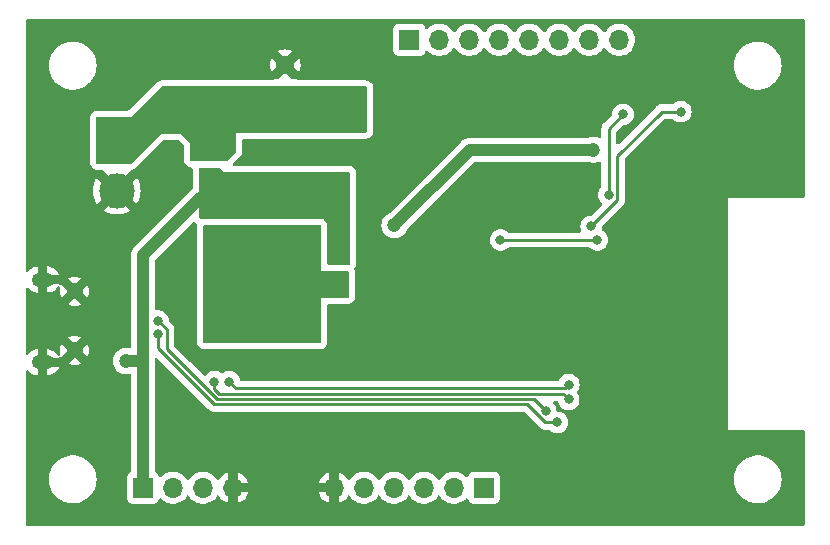
<source format=gbr>
%TF.GenerationSoftware,KiCad,Pcbnew,7.0.6*%
%TF.CreationDate,2023-12-17T20:33:08-05:00*%
%TF.ProjectId,Crystal,43727973-7461-46c2-9e6b-696361645f70,rev?*%
%TF.SameCoordinates,PX1312d00PY1312d00*%
%TF.FileFunction,Copper,L2,Bot*%
%TF.FilePolarity,Positive*%
%FSLAX46Y46*%
G04 Gerber Fmt 4.6, Leading zero omitted, Abs format (unit mm)*
G04 Created by KiCad (PCBNEW 7.0.6) date 2023-12-17 20:33:08*
%MOMM*%
%LPD*%
G01*
G04 APERTURE LIST*
%TA.AperFunction,ComponentPad*%
%ADD10R,1.600000X1.600000*%
%TD*%
%TA.AperFunction,ComponentPad*%
%ADD11C,1.600000*%
%TD*%
%TA.AperFunction,ComponentPad*%
%ADD12R,1.700000X1.700000*%
%TD*%
%TA.AperFunction,ComponentPad*%
%ADD13O,1.700000X1.700000*%
%TD*%
%TA.AperFunction,ComponentPad*%
%ADD14C,3.000000*%
%TD*%
%TA.AperFunction,ComponentPad*%
%ADD15O,1.900000X1.200000*%
%TD*%
%TA.AperFunction,ComponentPad*%
%ADD16C,1.450000*%
%TD*%
%TA.AperFunction,ViaPad*%
%ADD17C,0.800000*%
%TD*%
%TA.AperFunction,ViaPad*%
%ADD18C,1.200000*%
%TD*%
%TA.AperFunction,Conductor*%
%ADD19C,0.250000*%
%TD*%
%TA.AperFunction,Conductor*%
%ADD20C,1.000000*%
%TD*%
G04 APERTURE END LIST*
D10*
%TO.P,CB1,1*%
%TO.N,+12V*%
X22000000Y-6432380D03*
D11*
%TO.P,CB1,2*%
%TO.N,GND*%
X22000000Y-3932380D03*
%TD*%
D12*
%TO.P,TTY1,1,Pin_1*%
%TO.N,+5V*%
X9950000Y-39725000D03*
D13*
%TO.P,TTY1,2,Pin_2*%
%TO.N,Net-(TTY1-Pin_2)*%
X12490000Y-39725000D03*
%TO.P,TTY1,3,Pin_3*%
%TO.N,Net-(D9-A)*%
X15030000Y-39725000D03*
%TO.P,TTY1,4,Pin_4*%
%TO.N,GND*%
X17570000Y-39725000D03*
%TD*%
D12*
%TO.P,AIN1,1,Pin_1*%
%TO.N,Net-(AIN1-Pin_1)*%
X38825000Y-39725000D03*
D13*
%TO.P,AIN1,2,Pin_2*%
%TO.N,Net-(AIN1-Pin_2)*%
X36285000Y-39725000D03*
%TO.P,AIN1,3,Pin_3*%
%TO.N,Net-(AIN1-Pin_3)*%
X33745000Y-39725000D03*
%TO.P,AIN1,4,Pin_4*%
%TO.N,Net-(AIN1-Pin_4)*%
X31205000Y-39725000D03*
%TO.P,AIN1,5,Pin_5*%
%TO.N,Net-(AIN1-Pin_5)*%
X28665000Y-39725000D03*
%TO.P,AIN1,6,Pin_6*%
%TO.N,GND*%
X26125000Y-39725000D03*
%TD*%
D14*
%TO.P,V1,1,Pin_1*%
%TO.N,+12V*%
X7740000Y-10780000D03*
%TO.P,V1,2,Pin_2*%
%TO.N,GND*%
X7740000Y-14580000D03*
%TD*%
D15*
%TO.P,J1,6,Shield*%
%TO.N,GND*%
X1462500Y-22100000D03*
D16*
X4162500Y-23100000D03*
X4162500Y-28100000D03*
D15*
X1462500Y-29100000D03*
%TD*%
D12*
%TO.P,GPIO1,1,Pin_1*%
%TO.N,Net-(GPIO1-Pin_1)*%
X32500000Y-1800000D03*
D13*
%TO.P,GPIO1,2,Pin_2*%
%TO.N,Net-(GPIO1-Pin_2)*%
X35040000Y-1800000D03*
%TO.P,GPIO1,3,Pin_3*%
%TO.N,Net-(GPIO1-Pin_3)*%
X37580000Y-1800000D03*
%TO.P,GPIO1,4,Pin_4*%
%TO.N,Net-(GPIO1-Pin_4)*%
X40120000Y-1800000D03*
%TO.P,GPIO1,5,Pin_5*%
%TO.N,Net-(GPIO1-Pin_5)*%
X42660000Y-1800000D03*
%TO.P,GPIO1,6,Pin_6*%
%TO.N,Net-(GPIO1-Pin_6)*%
X45200000Y-1800000D03*
%TO.P,GPIO1,7,Pin_7*%
%TO.N,Net-(GPIO1-Pin_7)*%
X47740000Y-1800000D03*
%TO.P,GPIO1,8,Pin_8*%
%TO.N,Net-(GPIO1-Pin_8)*%
X50280000Y-1800000D03*
%TD*%
D17*
%TO.N,+5V*%
X10000000Y-37000000D03*
%TO.N,GND*%
X14000000Y-36250000D03*
D18*
%TO.N,+5V*%
X8500000Y-29000000D03*
X17000000Y-15200000D03*
%TO.N,GND*%
X58500000Y-18625000D03*
D17*
X42900000Y-30000000D03*
X13000000Y-20000000D03*
D18*
X26150000Y-26750000D03*
D17*
X35325000Y-18750000D03*
X32500000Y-29500000D03*
X8500000Y-27500000D03*
D18*
X55525000Y-2425000D03*
D17*
X52200000Y-23800000D03*
X41750000Y-17125000D03*
D18*
X46250000Y-20250000D03*
X10350000Y-3800000D03*
D17*
X45600000Y-8125000D03*
X46400000Y-17625000D03*
X37750000Y-30125000D03*
D18*
X22200000Y-10800000D03*
D17*
X55400000Y-13700000D03*
X40525000Y-34250000D03*
X63600000Y-10500000D03*
X52200000Y-28100000D03*
D18*
X58500000Y-31500000D03*
X15500000Y-29000000D03*
X31250000Y-8250000D03*
D17*
X54350000Y-25900000D03*
D18*
X22250000Y-29250000D03*
X28250000Y-10800000D03*
X46250000Y-29250000D03*
D17*
X8000000Y-20000000D03*
X50050000Y-25950000D03*
D18*
X39750000Y-8375000D03*
D17*
%TO.N,/GPIO9*%
X47900000Y-17600000D03*
X55500000Y-7875000D03*
%TO.N,+12V*%
X16750000Y-11000000D03*
%TO.N,/AIN5*%
X40225000Y-18750000D03*
X48425000Y-18750000D03*
%TO.N,/USB_D-*%
X45050000Y-34200000D03*
X11250000Y-26750000D03*
%TO.N,/USB_D+*%
X44050000Y-33200000D03*
X11250000Y-25600000D03*
%TO.N,/GPIO8*%
X50600000Y-8112500D03*
X49400000Y-14900000D03*
%TO.N,/TXD*%
X17250000Y-30750000D03*
X46010000Y-31000000D03*
%TO.N,/RXD*%
X16000000Y-30750000D03*
X46000000Y-32250000D03*
D18*
%TO.N,+3.3V*%
X31250000Y-17500000D03*
D17*
X17850000Y-23500000D03*
X21850000Y-19500000D03*
X17850000Y-25500000D03*
X21850000Y-25500000D03*
X17850000Y-21500000D03*
D18*
X48100000Y-11112500D03*
D17*
X21850000Y-23500000D03*
X17850000Y-19500000D03*
X21850000Y-21500000D03*
%TD*%
D19*
%TO.N,/USB_D+*%
X11975000Y-26325000D02*
X11250000Y-25600000D01*
X11975000Y-28000305D02*
X11975000Y-26325000D01*
%TO.N,/USB_D-*%
X11250000Y-27911701D02*
X11250000Y-26750000D01*
X15998299Y-32660000D02*
X11250000Y-27911701D01*
X42484695Y-32660000D02*
X15998299Y-32660000D01*
X44024695Y-34200000D02*
X42484695Y-32660000D01*
X45050000Y-34200000D02*
X44024695Y-34200000D01*
D20*
%TO.N,+5V*%
X9950000Y-36500000D02*
X9950000Y-39725000D01*
X9950000Y-36500000D02*
X9950000Y-29000000D01*
X9950000Y-36950000D02*
X9950000Y-36500000D01*
X10000000Y-37000000D02*
X9950000Y-36950000D01*
D19*
%TO.N,/TXD*%
X17810000Y-31310000D02*
X17250000Y-30750000D01*
X45700000Y-31310000D02*
X17810000Y-31310000D01*
X46010000Y-31000000D02*
X45700000Y-31310000D01*
%TO.N,/RXD*%
X45510000Y-31760000D02*
X46000000Y-32250000D01*
X16000000Y-31388909D02*
X16371091Y-31760000D01*
X16371091Y-31760000D02*
X45510000Y-31760000D01*
X16000000Y-30750000D02*
X16000000Y-31388909D01*
D20*
%TO.N,+5V*%
X9950000Y-29000000D02*
X8500000Y-29000000D01*
X9950000Y-29000000D02*
X9950000Y-20050000D01*
X9950000Y-20050000D02*
X14800000Y-15200000D01*
X14800000Y-15200000D02*
X17000000Y-15200000D01*
D19*
%TO.N,/GPIO9*%
X53875000Y-7875000D02*
X55500000Y-7875000D01*
X50125000Y-11625000D02*
X53875000Y-7875000D01*
X47900000Y-17600000D02*
X50125000Y-15375000D01*
X50125000Y-15375000D02*
X50125000Y-11625000D01*
%TO.N,/AIN5*%
X40225000Y-18750000D02*
X48425000Y-18750000D01*
%TO.N,/USB_D+*%
X16184695Y-32210000D02*
X11975000Y-28000305D01*
X44050000Y-33200000D02*
X43060000Y-32210000D01*
X43060000Y-32210000D02*
X16184695Y-32210000D01*
%TO.N,/GPIO8*%
X49400000Y-14900000D02*
X49400000Y-9312500D01*
X49400000Y-9312500D02*
X50600000Y-8112500D01*
D20*
%TO.N,+3.3V*%
X37637500Y-11112500D02*
X31250000Y-17500000D01*
X48100000Y-11112500D02*
X37637500Y-11112500D01*
%TD*%
%TA.AperFunction,Conductor*%
%TO.N,+3.3V*%
G36*
X24992121Y-17520002D02*
G01*
X25038614Y-17573658D01*
X25050000Y-17626000D01*
X25050000Y-21350000D01*
X27274000Y-21350000D01*
X27342121Y-21370002D01*
X27388614Y-21423658D01*
X27400000Y-21476000D01*
X27400000Y-23524000D01*
X27379998Y-23592121D01*
X27326342Y-23638614D01*
X27274000Y-23650000D01*
X25050000Y-23650000D01*
X25050000Y-26604099D01*
X25049731Y-26609915D01*
X25036751Y-26749999D01*
X25049731Y-26890083D01*
X25050000Y-26895899D01*
X25050000Y-27374000D01*
X25029998Y-27442121D01*
X24976342Y-27488614D01*
X24924000Y-27500000D01*
X15176000Y-27500000D01*
X15107879Y-27479998D01*
X15061386Y-27426342D01*
X15050000Y-27374000D01*
X15050000Y-17626000D01*
X15070002Y-17557879D01*
X15123658Y-17511386D01*
X15176000Y-17500000D01*
X24924000Y-17500000D01*
X24992121Y-17520002D01*
G37*
%TD.AperFunction*%
%TD*%
%TA.AperFunction,Conductor*%
%TO.N,+5V*%
G36*
X16479431Y-12633502D02*
G01*
X16500400Y-12650400D01*
X16850000Y-13000000D01*
X27374000Y-13000000D01*
X27442121Y-13020002D01*
X27488614Y-13073658D01*
X27500000Y-13126000D01*
X27500000Y-20723582D01*
X27479998Y-20791703D01*
X27426342Y-20838196D01*
X27356070Y-20848299D01*
X27274000Y-20836500D01*
X27273997Y-20836500D01*
X25689500Y-20836500D01*
X25621379Y-20816498D01*
X25574886Y-20762842D01*
X25563500Y-20710500D01*
X25563500Y-17626005D01*
X25563499Y-17625990D01*
X25562833Y-17619796D01*
X25551766Y-17516851D01*
X25540380Y-17464509D01*
X25505710Y-17360343D01*
X25426692Y-17237388D01*
X25381307Y-17185011D01*
X25380398Y-17183903D01*
X25293488Y-17108596D01*
X25255104Y-17048870D01*
X25250000Y-17013371D01*
X25250000Y-16950000D01*
X14826000Y-16950000D01*
X14757879Y-16929998D01*
X14711386Y-16876342D01*
X14700000Y-16824000D01*
X14700000Y-12739500D01*
X14720002Y-12671379D01*
X14773658Y-12624886D01*
X14826000Y-12613500D01*
X16411310Y-12613500D01*
X16479431Y-12633502D01*
G37*
%TD.AperFunction*%
%TD*%
%TA.AperFunction,Conductor*%
%TO.N,+12V*%
G36*
X28892121Y-5770002D02*
G01*
X28938614Y-5823658D01*
X28950000Y-5876000D01*
X28950000Y-9524000D01*
X28929998Y-9592121D01*
X28876342Y-9638614D01*
X28824000Y-9650000D01*
X17850000Y-9650000D01*
X17850000Y-11247809D01*
X17829998Y-11315930D01*
X17813096Y-11336904D01*
X17086903Y-12063096D01*
X17024593Y-12097120D01*
X16997810Y-12100000D01*
X14076000Y-12100000D01*
X14007879Y-12079998D01*
X13961386Y-12026342D01*
X13950000Y-11974000D01*
X13950000Y-10499999D01*
X13200001Y-9750000D01*
X13200000Y-9750000D01*
X11500000Y-9750000D01*
X11499998Y-9750000D01*
X8986905Y-12263095D01*
X8924593Y-12297120D01*
X8897810Y-12300000D01*
X6126000Y-12300000D01*
X6057879Y-12279998D01*
X6011386Y-12226342D01*
X6000000Y-12174000D01*
X6000000Y-8426000D01*
X6020002Y-8357879D01*
X6073658Y-8311386D01*
X6126000Y-8300000D01*
X8950000Y-8300000D01*
X11463095Y-5786905D01*
X11525407Y-5752880D01*
X11552190Y-5750000D01*
X28824000Y-5750000D01*
X28892121Y-5770002D01*
G37*
%TD.AperFunction*%
%TD*%
%TA.AperFunction,Conductor*%
%TO.N,GND*%
G36*
X65916621Y-45502D02*
G01*
X65963114Y-99158D01*
X65974500Y-151500D01*
X65974500Y-15074000D01*
X65954498Y-15142121D01*
X65900842Y-15188614D01*
X65848500Y-15200000D01*
X59450000Y-15200000D01*
X59450000Y-34800000D01*
X65848500Y-34800000D01*
X65916621Y-34820002D01*
X65963114Y-34873658D01*
X65974500Y-34926000D01*
X65974500Y-42848500D01*
X65954498Y-42916621D01*
X65900842Y-42963114D01*
X65848500Y-42974500D01*
X151500Y-42974500D01*
X83379Y-42954498D01*
X36886Y-42900842D01*
X25500Y-42848500D01*
X25500Y-39000004D01*
X1969767Y-39000004D01*
X1988675Y-39276436D01*
X1988676Y-39276442D01*
X1988677Y-39276450D01*
X1989943Y-39282541D01*
X2045052Y-39547743D01*
X2045056Y-39547756D01*
X2137846Y-39808847D01*
X2265333Y-40054882D01*
X2425122Y-40281252D01*
X2425125Y-40281256D01*
X2614255Y-40483764D01*
X2614254Y-40483764D01*
X2614258Y-40483767D01*
X2829205Y-40658639D01*
X3055197Y-40796068D01*
X3065963Y-40802615D01*
X3108766Y-40821207D01*
X3320116Y-40913009D01*
X3453526Y-40950389D01*
X3586929Y-40987767D01*
X3586937Y-40987769D01*
X3861438Y-41025499D01*
X3861452Y-41025500D01*
X4138548Y-41025500D01*
X4138561Y-41025499D01*
X4372240Y-40993379D01*
X4413063Y-40987769D01*
X4679884Y-40913009D01*
X4934039Y-40802614D01*
X5170795Y-40658639D01*
X5385742Y-40483767D01*
X5574875Y-40281256D01*
X5734670Y-40054876D01*
X5862153Y-39808847D01*
X5954946Y-39547750D01*
X6011323Y-39276450D01*
X6025463Y-39069731D01*
X6030233Y-39000004D01*
X6030233Y-38999995D01*
X6011324Y-38723563D01*
X6011323Y-38723557D01*
X6011323Y-38723550D01*
X5954946Y-38452250D01*
X5862153Y-38191153D01*
X5862153Y-38191152D01*
X5734666Y-37945117D01*
X5574877Y-37718747D01*
X5574875Y-37718744D01*
X5385744Y-37516235D01*
X5385745Y-37516235D01*
X5170797Y-37341363D01*
X5170795Y-37341361D01*
X4977382Y-37223744D01*
X4934036Y-37197384D01*
X4679885Y-37086991D01*
X4679875Y-37086988D01*
X4413070Y-37012232D01*
X4413062Y-37012230D01*
X4138561Y-36974500D01*
X4138548Y-36974500D01*
X3861452Y-36974500D01*
X3861438Y-36974500D01*
X3586937Y-37012230D01*
X3586929Y-37012232D01*
X3320124Y-37086988D01*
X3320114Y-37086991D01*
X3065963Y-37197384D01*
X2829202Y-37341363D01*
X2614255Y-37516235D01*
X2425122Y-37718747D01*
X2265333Y-37945117D01*
X2137846Y-38191152D01*
X2045056Y-38452243D01*
X2045052Y-38452256D01*
X2032692Y-38511738D01*
X1988903Y-38722465D01*
X1988676Y-38723557D01*
X1988675Y-38723563D01*
X1969767Y-38999995D01*
X1969767Y-39000004D01*
X25500Y-39000004D01*
X25500Y-29877842D01*
X45502Y-29809721D01*
X99158Y-29763228D01*
X169432Y-29753124D01*
X234012Y-29782618D01*
X254137Y-29804755D01*
X271321Y-29828887D01*
X271322Y-29828888D01*
X424464Y-29974909D01*
X424465Y-29974910D01*
X602475Y-30089308D01*
X602480Y-30089311D01*
X798914Y-30167952D01*
X798920Y-30167953D01*
X1006694Y-30207999D01*
X1006703Y-30208000D01*
X1062500Y-30208000D01*
X1062500Y-29500000D01*
X1862500Y-29500000D01*
X1862500Y-30208000D01*
X1865279Y-30208000D01*
X1865300Y-30207998D01*
X2023133Y-30192927D01*
X2023148Y-30192924D01*
X2226177Y-30133310D01*
X2414254Y-30036349D01*
X2580585Y-29905544D01*
X2580591Y-29905539D01*
X2719156Y-29745625D01*
X2719157Y-29745624D01*
X2824956Y-29562374D01*
X2824957Y-29562372D01*
X2846545Y-29500000D01*
X1862500Y-29500000D01*
X1062500Y-29500000D01*
X1062500Y-29400000D01*
X1840302Y-29400000D01*
X1922750Y-29384588D01*
X2018110Y-29325543D01*
X2085701Y-29236038D01*
X2093760Y-29207712D01*
X3620471Y-29207712D01*
X3620472Y-29207713D01*
X3739170Y-29263063D01*
X3739180Y-29263067D01*
X3947570Y-29318905D01*
X4162500Y-29337709D01*
X4377429Y-29318905D01*
X4585826Y-29263065D01*
X4585827Y-29263065D01*
X4704526Y-29207713D01*
X4162500Y-28665685D01*
X4162499Y-28665685D01*
X3620471Y-29207712D01*
X2093760Y-29207712D01*
X2116395Y-29128160D01*
X2106046Y-29016479D01*
X2056052Y-28916078D01*
X1973166Y-28840516D01*
X1868580Y-28800000D01*
X1084698Y-28800000D01*
X1062500Y-28804149D01*
X1062500Y-28700000D01*
X1862500Y-28700000D01*
X2847902Y-28700000D01*
X2859873Y-28681372D01*
X2913528Y-28634879D01*
X2983802Y-28624774D01*
X3000696Y-28632489D01*
X3054786Y-28642027D01*
X3596813Y-28100000D01*
X3732202Y-28100000D01*
X3753262Y-28232969D01*
X3814382Y-28352923D01*
X3909577Y-28448118D01*
X4029531Y-28509238D01*
X4129049Y-28525000D01*
X4195951Y-28525000D01*
X4295469Y-28509238D01*
X4415423Y-28448118D01*
X4510618Y-28352923D01*
X4571738Y-28232969D01*
X4592798Y-28100000D01*
X4592798Y-28099999D01*
X4728185Y-28099999D01*
X5270213Y-28642026D01*
X5325565Y-28523327D01*
X5325565Y-28523326D01*
X5381405Y-28314929D01*
X5400209Y-28100000D01*
X5381405Y-27885070D01*
X5325567Y-27676680D01*
X5325563Y-27676670D01*
X5270213Y-27557972D01*
X5270212Y-27557971D01*
X4728185Y-28099998D01*
X4728185Y-28099999D01*
X4592798Y-28099999D01*
X4571738Y-27967031D01*
X4510618Y-27847077D01*
X4415423Y-27751882D01*
X4295469Y-27690762D01*
X4195951Y-27675000D01*
X4129049Y-27675000D01*
X4029531Y-27690762D01*
X3909577Y-27751882D01*
X3814382Y-27847077D01*
X3753262Y-27967031D01*
X3732202Y-28100000D01*
X3596813Y-28100000D01*
X3596814Y-28099999D01*
X3054786Y-27557971D01*
X2999434Y-27676674D01*
X2999432Y-27676680D01*
X2943594Y-27885070D01*
X2924790Y-28099999D01*
X2943594Y-28314929D01*
X2961882Y-28383179D01*
X2960192Y-28454156D01*
X2920398Y-28512951D01*
X2855133Y-28540899D01*
X2785120Y-28529125D01*
X2737538Y-28488877D01*
X2653678Y-28371112D01*
X2653677Y-28371111D01*
X2500535Y-28225090D01*
X2500534Y-28225089D01*
X2322524Y-28110691D01*
X2322519Y-28110688D01*
X2126085Y-28032047D01*
X2126079Y-28032046D01*
X1918305Y-27992000D01*
X1862500Y-27992000D01*
X1862500Y-28700000D01*
X1062500Y-28700000D01*
X1062500Y-27992000D01*
X1059721Y-27992000D01*
X1059699Y-27992001D01*
X901866Y-28007072D01*
X901851Y-28007075D01*
X698822Y-28066689D01*
X510745Y-28163650D01*
X344414Y-28294455D01*
X344408Y-28294460D01*
X246725Y-28407194D01*
X186998Y-28445578D01*
X116002Y-28445578D01*
X56276Y-28407195D01*
X26783Y-28342614D01*
X25500Y-28324682D01*
X25500Y-26992286D01*
X3620471Y-26992286D01*
X4162499Y-27534314D01*
X4162500Y-27534314D01*
X4704527Y-26992286D01*
X4704526Y-26992285D01*
X4585825Y-26936934D01*
X4585819Y-26936932D01*
X4377429Y-26881094D01*
X4162500Y-26862290D01*
X3947570Y-26881094D01*
X3739180Y-26936932D01*
X3739174Y-26936934D01*
X3620471Y-26992286D01*
X25500Y-26992286D01*
X25500Y-24207712D01*
X3620471Y-24207712D01*
X3620472Y-24207713D01*
X3739170Y-24263063D01*
X3739180Y-24263067D01*
X3947570Y-24318905D01*
X4162499Y-24337709D01*
X4377429Y-24318905D01*
X4585826Y-24263065D01*
X4585827Y-24263065D01*
X4704526Y-24207713D01*
X4162500Y-23665685D01*
X4162499Y-23665685D01*
X3620471Y-24207712D01*
X25500Y-24207712D01*
X25500Y-22877842D01*
X45502Y-22809721D01*
X99158Y-22763228D01*
X169432Y-22753124D01*
X234012Y-22782618D01*
X254137Y-22804755D01*
X271321Y-22828887D01*
X271322Y-22828888D01*
X424464Y-22974909D01*
X424465Y-22974910D01*
X602475Y-23089308D01*
X602480Y-23089311D01*
X798914Y-23167952D01*
X798920Y-23167953D01*
X1006694Y-23207999D01*
X1006703Y-23208000D01*
X1062500Y-23208000D01*
X1062500Y-22500000D01*
X1862500Y-22500000D01*
X1862500Y-23208000D01*
X1865279Y-23208000D01*
X1865300Y-23207998D01*
X2023133Y-23192927D01*
X2023148Y-23192924D01*
X2226177Y-23133310D01*
X2414254Y-23036349D01*
X2580585Y-22905544D01*
X2580591Y-22905539D01*
X2719156Y-22745625D01*
X2719157Y-22745624D01*
X2729152Y-22728313D01*
X2780534Y-22679319D01*
X2850247Y-22665881D01*
X2916159Y-22692267D01*
X2957341Y-22750099D01*
X2960721Y-22821015D01*
X2959979Y-22823921D01*
X2943595Y-22885068D01*
X2924790Y-23100000D01*
X2943594Y-23314929D01*
X2999432Y-23523319D01*
X2999434Y-23523325D01*
X3054785Y-23642026D01*
X3054786Y-23642027D01*
X3596813Y-23100000D01*
X3732202Y-23100000D01*
X3753262Y-23232969D01*
X3814382Y-23352923D01*
X3909577Y-23448118D01*
X4029531Y-23509238D01*
X4129049Y-23525000D01*
X4195951Y-23525000D01*
X4295469Y-23509238D01*
X4415423Y-23448118D01*
X4510618Y-23352923D01*
X4571738Y-23232969D01*
X4592798Y-23100000D01*
X4592798Y-23099999D01*
X4728185Y-23099999D01*
X5270213Y-23642026D01*
X5325565Y-23523327D01*
X5325565Y-23523326D01*
X5381405Y-23314929D01*
X5400209Y-23099999D01*
X5381405Y-22885070D01*
X5325567Y-22676680D01*
X5325563Y-22676670D01*
X5270213Y-22557972D01*
X5270212Y-22557971D01*
X4728185Y-23099999D01*
X4592798Y-23099999D01*
X4571738Y-22967031D01*
X4510618Y-22847077D01*
X4415423Y-22751882D01*
X4295469Y-22690762D01*
X4195951Y-22675000D01*
X4129049Y-22675000D01*
X4029531Y-22690762D01*
X3909577Y-22751882D01*
X3814382Y-22847077D01*
X3753262Y-22967031D01*
X3732202Y-23100000D01*
X3596813Y-23100000D01*
X3596814Y-23099999D01*
X3054786Y-22557971D01*
X2990191Y-22569362D01*
X2990164Y-22569209D01*
X2964894Y-22576408D01*
X2896938Y-22555855D01*
X2863278Y-22523499D01*
X2846545Y-22500000D01*
X1862500Y-22500000D01*
X1062500Y-22500000D01*
X1062500Y-22400000D01*
X1840302Y-22400000D01*
X1922750Y-22384588D01*
X2018110Y-22325543D01*
X2085701Y-22236038D01*
X2116395Y-22128160D01*
X2106046Y-22016479D01*
X2093999Y-21992286D01*
X3620471Y-21992286D01*
X4162499Y-22534314D01*
X4162500Y-22534314D01*
X4704527Y-21992286D01*
X4704526Y-21992285D01*
X4585825Y-21936934D01*
X4585819Y-21936932D01*
X4377429Y-21881094D01*
X4162500Y-21862290D01*
X3947570Y-21881094D01*
X3739180Y-21936932D01*
X3739174Y-21936934D01*
X3620471Y-21992286D01*
X2093999Y-21992286D01*
X2056052Y-21916078D01*
X1973166Y-21840516D01*
X1868580Y-21800000D01*
X1084698Y-21800000D01*
X1062500Y-21804149D01*
X1062500Y-20992000D01*
X1862500Y-20992000D01*
X1862500Y-21700000D01*
X2847902Y-21700000D01*
X2847902Y-21699999D01*
X2776422Y-21543484D01*
X2776420Y-21543480D01*
X2653678Y-21371112D01*
X2653677Y-21371111D01*
X2500535Y-21225090D01*
X2500534Y-21225089D01*
X2322524Y-21110691D01*
X2322519Y-21110688D01*
X2126085Y-21032047D01*
X2126079Y-21032046D01*
X1918305Y-20992000D01*
X1862500Y-20992000D01*
X1062500Y-20992000D01*
X1059721Y-20992000D01*
X1059699Y-20992001D01*
X901866Y-21007072D01*
X901851Y-21007075D01*
X698822Y-21066689D01*
X510745Y-21163650D01*
X344414Y-21294455D01*
X344408Y-21294460D01*
X246725Y-21407194D01*
X186998Y-21445578D01*
X116002Y-21445578D01*
X56276Y-21407195D01*
X26783Y-21342614D01*
X25500Y-21324682D01*
X25500Y-12174009D01*
X5486500Y-12174009D01*
X5493558Y-12239654D01*
X5496971Y-12271405D01*
X5498235Y-12283155D01*
X5498235Y-12283159D01*
X5509617Y-12335480D01*
X5509623Y-12335501D01*
X5544288Y-12439654D01*
X5544290Y-12439657D01*
X5623308Y-12562612D01*
X5623311Y-12562615D01*
X5623315Y-12562621D01*
X5668685Y-12614981D01*
X5669601Y-12616097D01*
X5780258Y-12711980D01*
X5780261Y-12711982D01*
X5913210Y-12772698D01*
X5981331Y-12792700D01*
X6126000Y-12813500D01*
X6126004Y-12813500D01*
X6499257Y-12813500D01*
X6567378Y-12833502D01*
X6613871Y-12887158D01*
X6614060Y-12888376D01*
X7570401Y-13844717D01*
X7565861Y-13845248D01*
X7401109Y-13905213D01*
X7254627Y-14001555D01*
X7134312Y-14129082D01*
X7046650Y-14280918D01*
X7007155Y-14412838D01*
X6065103Y-13470787D01*
X6020315Y-13534241D01*
X5893938Y-13778134D01*
X5801944Y-14036980D01*
X5801942Y-14036988D01*
X5746053Y-14305945D01*
X5746052Y-14305951D01*
X5727308Y-14579995D01*
X5727308Y-14580004D01*
X5746052Y-14854048D01*
X5746053Y-14854054D01*
X5801942Y-15123011D01*
X5801944Y-15123019D01*
X5893938Y-15381865D01*
X6020317Y-15625763D01*
X6020318Y-15625764D01*
X6065102Y-15689210D01*
X6065103Y-15689211D01*
X7007792Y-14746522D01*
X7016616Y-14796567D01*
X7086059Y-14957553D01*
X7190756Y-15098185D01*
X7325062Y-15210882D01*
X7481739Y-15289568D01*
X7574201Y-15311481D01*
X6630345Y-16255337D01*
X6630346Y-16255338D01*
X6814030Y-16367038D01*
X7065989Y-16476480D01*
X7330509Y-16550595D01*
X7602635Y-16587999D01*
X7602649Y-16588000D01*
X7877351Y-16588000D01*
X7877364Y-16587999D01*
X8149490Y-16550595D01*
X8414010Y-16476480D01*
X8665969Y-16367038D01*
X8849653Y-16255338D01*
X8849653Y-16255337D01*
X7909598Y-15315282D01*
X7914139Y-15314752D01*
X8078891Y-15254787D01*
X8225373Y-15158445D01*
X8345688Y-15030918D01*
X8433350Y-14879082D01*
X8472844Y-14747160D01*
X9414895Y-15689211D01*
X9459683Y-15625760D01*
X9459685Y-15625756D01*
X9586061Y-15381865D01*
X9678055Y-15123019D01*
X9678057Y-15123011D01*
X9733946Y-14854054D01*
X9733947Y-14854048D01*
X9752692Y-14580004D01*
X9752692Y-14579995D01*
X9733947Y-14305951D01*
X9733946Y-14305945D01*
X9678057Y-14036988D01*
X9678055Y-14036980D01*
X9586061Y-13778134D01*
X9459679Y-13534231D01*
X9414896Y-13470788D01*
X9414895Y-13470788D01*
X8472207Y-14413475D01*
X8463384Y-14363433D01*
X8393941Y-14202447D01*
X8289244Y-14061815D01*
X8154938Y-13949118D01*
X7998261Y-13870432D01*
X7905797Y-13848518D01*
X8865103Y-12889211D01*
X8866758Y-12879339D01*
X8914487Y-12826780D01*
X8966657Y-12809057D01*
X8976324Y-12808017D01*
X8979487Y-12807678D01*
X8979483Y-12807679D01*
X8996246Y-12804962D01*
X9033746Y-12798885D01*
X9170688Y-12747808D01*
X9233000Y-12713783D01*
X9350004Y-12626194D01*
X11675792Y-10300403D01*
X11738103Y-10266380D01*
X11764886Y-10263500D01*
X12935111Y-10263500D01*
X13003232Y-10283502D01*
X13024206Y-10300405D01*
X13399594Y-10675793D01*
X13433620Y-10738105D01*
X13436499Y-10764888D01*
X13436499Y-11973994D01*
X13436500Y-11974009D01*
X13448235Y-12083155D01*
X13448235Y-12083159D01*
X13459617Y-12135480D01*
X13459623Y-12135501D01*
X13494288Y-12239654D01*
X13494290Y-12239657D01*
X13573308Y-12362612D01*
X13573311Y-12362615D01*
X13573315Y-12362621D01*
X13618685Y-12414981D01*
X13619601Y-12416097D01*
X13730258Y-12511980D01*
X13730261Y-12511982D01*
X13863210Y-12572698D01*
X13931331Y-12592700D01*
X14076000Y-12613500D01*
X14076004Y-12613500D01*
X14078431Y-12613849D01*
X14143012Y-12643342D01*
X14181396Y-12703068D01*
X14186500Y-12738567D01*
X14186500Y-14339252D01*
X14166498Y-14407373D01*
X14140434Y-14436651D01*
X14083430Y-14483432D01*
X14053803Y-14519532D01*
X14049650Y-14524115D01*
X9274115Y-19299650D01*
X9269532Y-19303803D01*
X9233433Y-19333430D01*
X9107405Y-19486995D01*
X9036958Y-19618794D01*
X9013759Y-19662194D01*
X9013758Y-19662196D01*
X8956091Y-19852295D01*
X8956089Y-19852307D01*
X8936620Y-20049995D01*
X8936620Y-20050002D01*
X8941196Y-20096464D01*
X8941500Y-20102643D01*
X8941500Y-27803093D01*
X8921498Y-27871214D01*
X8867842Y-27917707D01*
X8797568Y-27927811D01*
X8792348Y-27926948D01*
X8694731Y-27908700D01*
X8602718Y-27891500D01*
X8397282Y-27891500D01*
X8276119Y-27914149D01*
X8195343Y-27929249D01*
X8058501Y-27982262D01*
X8003782Y-28003460D01*
X8003781Y-28003460D01*
X8003780Y-28003461D01*
X8003776Y-28003463D01*
X7829116Y-28111608D01*
X7677297Y-28250009D01*
X7553497Y-28413949D01*
X7553493Y-28413954D01*
X7461929Y-28597839D01*
X7461923Y-28597855D01*
X7405706Y-28795437D01*
X7386751Y-29000000D01*
X7405706Y-29204562D01*
X7461923Y-29402144D01*
X7461929Y-29402160D01*
X7553493Y-29586045D01*
X7553497Y-29586050D01*
X7677297Y-29749990D01*
X7829116Y-29888391D01*
X7829118Y-29888392D01*
X8003782Y-29996540D01*
X8195345Y-30070751D01*
X8397282Y-30108500D01*
X8397285Y-30108500D01*
X8602715Y-30108500D01*
X8602718Y-30108500D01*
X8792349Y-30073051D01*
X8862983Y-30080196D01*
X8918544Y-30124394D01*
X8941389Y-30191615D01*
X8941500Y-30196906D01*
X8941500Y-36897356D01*
X8941196Y-36903535D01*
X8936620Y-36949997D01*
X8936620Y-36950001D01*
X8941196Y-36996461D01*
X8941500Y-37002641D01*
X8941500Y-38303915D01*
X8921498Y-38372036D01*
X8867842Y-38418529D01*
X8859538Y-38421969D01*
X8853796Y-38424110D01*
X8736738Y-38511738D01*
X8649112Y-38628792D01*
X8649110Y-38628797D01*
X8598011Y-38765795D01*
X8598009Y-38765803D01*
X8591500Y-38826350D01*
X8591500Y-40623649D01*
X8598009Y-40684196D01*
X8598011Y-40684204D01*
X8649110Y-40821202D01*
X8649112Y-40821207D01*
X8736738Y-40938261D01*
X8853792Y-41025887D01*
X8853794Y-41025888D01*
X8853796Y-41025889D01*
X8908900Y-41046442D01*
X8990795Y-41076988D01*
X8990803Y-41076990D01*
X9051350Y-41083499D01*
X9051355Y-41083499D01*
X9051362Y-41083500D01*
X9051368Y-41083500D01*
X10848632Y-41083500D01*
X10848638Y-41083500D01*
X10848645Y-41083499D01*
X10848649Y-41083499D01*
X10909196Y-41076990D01*
X10909199Y-41076989D01*
X10909201Y-41076989D01*
X11046204Y-41025889D01*
X11049432Y-41023473D01*
X11163261Y-40938261D01*
X11250886Y-40821208D01*
X11250885Y-40821208D01*
X11250889Y-40821204D01*
X11294999Y-40702939D01*
X11337545Y-40646107D01*
X11404066Y-40621296D01*
X11473440Y-40636388D01*
X11505753Y-40661635D01*
X11526529Y-40684204D01*
X11566762Y-40727908D01*
X11621331Y-40770381D01*
X11744424Y-40866189D01*
X11942426Y-40973342D01*
X11942427Y-40973342D01*
X11942428Y-40973343D01*
X11984450Y-40987769D01*
X12155365Y-41046444D01*
X12377431Y-41083500D01*
X12377435Y-41083500D01*
X12602565Y-41083500D01*
X12602569Y-41083500D01*
X12824635Y-41046444D01*
X13037574Y-40973342D01*
X13235576Y-40866189D01*
X13413240Y-40727906D01*
X13565722Y-40562268D01*
X13565927Y-40561955D01*
X13617011Y-40483764D01*
X13654518Y-40426354D01*
X13708520Y-40380268D01*
X13778868Y-40370692D01*
X13843225Y-40400669D01*
X13865480Y-40426353D01*
X13898607Y-40477058D01*
X13954275Y-40562265D01*
X13954279Y-40562270D01*
X14106762Y-40727908D01*
X14161331Y-40770381D01*
X14284424Y-40866189D01*
X14482426Y-40973342D01*
X14482427Y-40973342D01*
X14482428Y-40973343D01*
X14524450Y-40987769D01*
X14695365Y-41046444D01*
X14917431Y-41083500D01*
X14917435Y-41083500D01*
X15142565Y-41083500D01*
X15142569Y-41083500D01*
X15364635Y-41046444D01*
X15577574Y-40973342D01*
X15775576Y-40866189D01*
X15953240Y-40727906D01*
X16105722Y-40562268D01*
X16105927Y-40561955D01*
X16194517Y-40426357D01*
X16194816Y-40425898D01*
X16248819Y-40379810D01*
X16319167Y-40370235D01*
X16383524Y-40400212D01*
X16405782Y-40425898D01*
X16494674Y-40561958D01*
X16647097Y-40727534D01*
X16824698Y-40865767D01*
X16824699Y-40865768D01*
X17022628Y-40972882D01*
X17022634Y-40972884D01*
X17169999Y-41023474D01*
X17170000Y-41023473D01*
X17170000Y-40027417D01*
X17188239Y-40055798D01*
X17296900Y-40149952D01*
X17427685Y-40209680D01*
X17534237Y-40225000D01*
X17605763Y-40225000D01*
X17712315Y-40209680D01*
X17843100Y-40149952D01*
X17871897Y-40125000D01*
X17970000Y-40125000D01*
X17970000Y-41023474D01*
X18117365Y-40972884D01*
X18117371Y-40972882D01*
X18315300Y-40865768D01*
X18315301Y-40865767D01*
X18492902Y-40727534D01*
X18645325Y-40561958D01*
X18768419Y-40373548D01*
X18858819Y-40167458D01*
X18869571Y-40125000D01*
X24825429Y-40125000D01*
X24836180Y-40167458D01*
X24926580Y-40373548D01*
X25049674Y-40561958D01*
X25202097Y-40727534D01*
X25379698Y-40865767D01*
X25379699Y-40865768D01*
X25577628Y-40972882D01*
X25577634Y-40972884D01*
X25724999Y-41023474D01*
X25725000Y-41023473D01*
X25725000Y-40125000D01*
X24825429Y-40125000D01*
X18869571Y-40125000D01*
X17970000Y-40125000D01*
X17871897Y-40125000D01*
X17951761Y-40055798D01*
X18029493Y-39934844D01*
X18070000Y-39796889D01*
X25625000Y-39796889D01*
X25665507Y-39934844D01*
X25743239Y-40055798D01*
X25851900Y-40149952D01*
X25982685Y-40209680D01*
X26089237Y-40225000D01*
X26160763Y-40225000D01*
X26267315Y-40209680D01*
X26398100Y-40149952D01*
X26506761Y-40055798D01*
X26525000Y-40027417D01*
X26525000Y-41023474D01*
X26672365Y-40972884D01*
X26672371Y-40972882D01*
X26870300Y-40865768D01*
X26870301Y-40865767D01*
X27047902Y-40727534D01*
X27200327Y-40561955D01*
X27289217Y-40425899D01*
X27343220Y-40379810D01*
X27413568Y-40370235D01*
X27477925Y-40400212D01*
X27500183Y-40425898D01*
X27589279Y-40562270D01*
X27741762Y-40727908D01*
X27796331Y-40770381D01*
X27919424Y-40866189D01*
X28117426Y-40973342D01*
X28117427Y-40973342D01*
X28117428Y-40973343D01*
X28159450Y-40987769D01*
X28330365Y-41046444D01*
X28552431Y-41083500D01*
X28552435Y-41083500D01*
X28777565Y-41083500D01*
X28777569Y-41083500D01*
X28999635Y-41046444D01*
X29212574Y-40973342D01*
X29410576Y-40866189D01*
X29588240Y-40727906D01*
X29740722Y-40562268D01*
X29740927Y-40561955D01*
X29792011Y-40483764D01*
X29829518Y-40426354D01*
X29883520Y-40380268D01*
X29953868Y-40370692D01*
X30018225Y-40400669D01*
X30040480Y-40426353D01*
X30073607Y-40477058D01*
X30129275Y-40562265D01*
X30129279Y-40562270D01*
X30281762Y-40727908D01*
X30336331Y-40770381D01*
X30459424Y-40866189D01*
X30657426Y-40973342D01*
X30657427Y-40973342D01*
X30657428Y-40973343D01*
X30699450Y-40987769D01*
X30870365Y-41046444D01*
X31092431Y-41083500D01*
X31092435Y-41083500D01*
X31317565Y-41083500D01*
X31317569Y-41083500D01*
X31539635Y-41046444D01*
X31752574Y-40973342D01*
X31950576Y-40866189D01*
X32128240Y-40727906D01*
X32280722Y-40562268D01*
X32369519Y-40426353D01*
X32423518Y-40380268D01*
X32493866Y-40370692D01*
X32558224Y-40400668D01*
X32580482Y-40426356D01*
X32669275Y-40562265D01*
X32669279Y-40562270D01*
X32821762Y-40727908D01*
X32876331Y-40770381D01*
X32999424Y-40866189D01*
X33197426Y-40973342D01*
X33197427Y-40973342D01*
X33197428Y-40973343D01*
X33239450Y-40987769D01*
X33410365Y-41046444D01*
X33632431Y-41083500D01*
X33632435Y-41083500D01*
X33857565Y-41083500D01*
X33857569Y-41083500D01*
X34079635Y-41046444D01*
X34292574Y-40973342D01*
X34490576Y-40866189D01*
X34668240Y-40727906D01*
X34820722Y-40562268D01*
X34820927Y-40561955D01*
X34872011Y-40483764D01*
X34909518Y-40426354D01*
X34963520Y-40380268D01*
X35033868Y-40370692D01*
X35098225Y-40400669D01*
X35120480Y-40426353D01*
X35153607Y-40477058D01*
X35209275Y-40562265D01*
X35209279Y-40562270D01*
X35361762Y-40727908D01*
X35416331Y-40770381D01*
X35539424Y-40866189D01*
X35737426Y-40973342D01*
X35737427Y-40973342D01*
X35737428Y-40973343D01*
X35779450Y-40987769D01*
X35950365Y-41046444D01*
X36172431Y-41083500D01*
X36172435Y-41083500D01*
X36397565Y-41083500D01*
X36397569Y-41083500D01*
X36619635Y-41046444D01*
X36832574Y-40973342D01*
X37030576Y-40866189D01*
X37208240Y-40727906D01*
X37269245Y-40661637D01*
X37330096Y-40625067D01*
X37401061Y-40627200D01*
X37459606Y-40667362D01*
X37480000Y-40702941D01*
X37524111Y-40821204D01*
X37524112Y-40821207D01*
X37611738Y-40938261D01*
X37728792Y-41025887D01*
X37728794Y-41025888D01*
X37728796Y-41025889D01*
X37783900Y-41046442D01*
X37865795Y-41076988D01*
X37865803Y-41076990D01*
X37926350Y-41083499D01*
X37926355Y-41083499D01*
X37926362Y-41083500D01*
X37926368Y-41083500D01*
X39723632Y-41083500D01*
X39723638Y-41083500D01*
X39723645Y-41083499D01*
X39723649Y-41083499D01*
X39784196Y-41076990D01*
X39784199Y-41076989D01*
X39784201Y-41076989D01*
X39921204Y-41025889D01*
X39924432Y-41023473D01*
X40038261Y-40938261D01*
X40125887Y-40821207D01*
X40125887Y-40821206D01*
X40125889Y-40821204D01*
X40176989Y-40684201D01*
X40178800Y-40667362D01*
X40183499Y-40623649D01*
X40183500Y-40623632D01*
X40183500Y-39000004D01*
X59969767Y-39000004D01*
X59988675Y-39276436D01*
X59988676Y-39276442D01*
X59988677Y-39276450D01*
X59989943Y-39282541D01*
X60045052Y-39547743D01*
X60045056Y-39547756D01*
X60137846Y-39808847D01*
X60265333Y-40054882D01*
X60425122Y-40281252D01*
X60425125Y-40281256D01*
X60614255Y-40483764D01*
X60614254Y-40483764D01*
X60614258Y-40483767D01*
X60829205Y-40658639D01*
X61055197Y-40796068D01*
X61065963Y-40802615D01*
X61108766Y-40821207D01*
X61320116Y-40913009D01*
X61453526Y-40950389D01*
X61586929Y-40987767D01*
X61586937Y-40987769D01*
X61861438Y-41025499D01*
X61861452Y-41025500D01*
X62138548Y-41025500D01*
X62138561Y-41025499D01*
X62372240Y-40993379D01*
X62413063Y-40987769D01*
X62679884Y-40913009D01*
X62934039Y-40802614D01*
X63170795Y-40658639D01*
X63385742Y-40483767D01*
X63574875Y-40281256D01*
X63734670Y-40054876D01*
X63862153Y-39808847D01*
X63954946Y-39547750D01*
X64011323Y-39276450D01*
X64025463Y-39069731D01*
X64030233Y-39000004D01*
X64030233Y-38999995D01*
X64011324Y-38723563D01*
X64011323Y-38723557D01*
X64011323Y-38723550D01*
X63954946Y-38452250D01*
X63862153Y-38191153D01*
X63862153Y-38191152D01*
X63734666Y-37945117D01*
X63574877Y-37718747D01*
X63574875Y-37718744D01*
X63385744Y-37516235D01*
X63385745Y-37516235D01*
X63170797Y-37341363D01*
X63170795Y-37341361D01*
X62977382Y-37223744D01*
X62934036Y-37197384D01*
X62679885Y-37086991D01*
X62679875Y-37086988D01*
X62413070Y-37012232D01*
X62413062Y-37012230D01*
X62138561Y-36974500D01*
X62138548Y-36974500D01*
X61861452Y-36974500D01*
X61861438Y-36974500D01*
X61586937Y-37012230D01*
X61586929Y-37012232D01*
X61320124Y-37086988D01*
X61320114Y-37086991D01*
X61065963Y-37197384D01*
X60829202Y-37341363D01*
X60614255Y-37516235D01*
X60425122Y-37718747D01*
X60265333Y-37945117D01*
X60137846Y-38191152D01*
X60045056Y-38452243D01*
X60045052Y-38452256D01*
X60032692Y-38511738D01*
X59988903Y-38722465D01*
X59988676Y-38723557D01*
X59988675Y-38723563D01*
X59969767Y-38999995D01*
X59969767Y-39000004D01*
X40183500Y-39000004D01*
X40183500Y-38826367D01*
X40183499Y-38826350D01*
X40176990Y-38765803D01*
X40176988Y-38765795D01*
X40125889Y-38628797D01*
X40125887Y-38628792D01*
X40038261Y-38511738D01*
X39921207Y-38424112D01*
X39921202Y-38424110D01*
X39784204Y-38373011D01*
X39784196Y-38373009D01*
X39723649Y-38366500D01*
X39723638Y-38366500D01*
X37926362Y-38366500D01*
X37926350Y-38366500D01*
X37865803Y-38373009D01*
X37865795Y-38373011D01*
X37728797Y-38424110D01*
X37728792Y-38424112D01*
X37611738Y-38511738D01*
X37524112Y-38628792D01*
X37524111Y-38628795D01*
X37480000Y-38747058D01*
X37437453Y-38803893D01*
X37370932Y-38828703D01*
X37301558Y-38813611D01*
X37269246Y-38788363D01*
X37208240Y-38722094D01*
X37208239Y-38722093D01*
X37208237Y-38722091D01*
X37088372Y-38628796D01*
X37030576Y-38583811D01*
X36832574Y-38476658D01*
X36832572Y-38476657D01*
X36832571Y-38476656D01*
X36619639Y-38403557D01*
X36619630Y-38403555D01*
X36575476Y-38396187D01*
X36397569Y-38366500D01*
X36172431Y-38366500D01*
X36024210Y-38391233D01*
X35950369Y-38403555D01*
X35950360Y-38403557D01*
X35737428Y-38476656D01*
X35737426Y-38476658D01*
X35539426Y-38583810D01*
X35539424Y-38583811D01*
X35361762Y-38722091D01*
X35209279Y-38887729D01*
X35120483Y-39023643D01*
X35066479Y-39069731D01*
X34996131Y-39079306D01*
X34931774Y-39049329D01*
X34909517Y-39023643D01*
X34820720Y-38887729D01*
X34669580Y-38723550D01*
X34668240Y-38722094D01*
X34668239Y-38722093D01*
X34668237Y-38722091D01*
X34548372Y-38628796D01*
X34490576Y-38583811D01*
X34292574Y-38476658D01*
X34292572Y-38476657D01*
X34292571Y-38476656D01*
X34079639Y-38403557D01*
X34079630Y-38403555D01*
X34035476Y-38396187D01*
X33857569Y-38366500D01*
X33632431Y-38366500D01*
X33484210Y-38391233D01*
X33410369Y-38403555D01*
X33410360Y-38403557D01*
X33197428Y-38476656D01*
X33197426Y-38476658D01*
X32999426Y-38583810D01*
X32999424Y-38583811D01*
X32821762Y-38722091D01*
X32669279Y-38887729D01*
X32580483Y-39023643D01*
X32526479Y-39069731D01*
X32456131Y-39079306D01*
X32391774Y-39049329D01*
X32369517Y-39023643D01*
X32280720Y-38887729D01*
X32129580Y-38723550D01*
X32128240Y-38722094D01*
X32128239Y-38722093D01*
X32128237Y-38722091D01*
X32008372Y-38628796D01*
X31950576Y-38583811D01*
X31752574Y-38476658D01*
X31752572Y-38476657D01*
X31752571Y-38476656D01*
X31539639Y-38403557D01*
X31539630Y-38403555D01*
X31495476Y-38396187D01*
X31317569Y-38366500D01*
X31092431Y-38366500D01*
X30944210Y-38391233D01*
X30870369Y-38403555D01*
X30870360Y-38403557D01*
X30657428Y-38476656D01*
X30657426Y-38476658D01*
X30459426Y-38583810D01*
X30459424Y-38583811D01*
X30281762Y-38722091D01*
X30129279Y-38887729D01*
X30040483Y-39023643D01*
X29986479Y-39069731D01*
X29916131Y-39079306D01*
X29851774Y-39049329D01*
X29829517Y-39023643D01*
X29740720Y-38887729D01*
X29589580Y-38723550D01*
X29588240Y-38722094D01*
X29588239Y-38722093D01*
X29588237Y-38722091D01*
X29468372Y-38628796D01*
X29410576Y-38583811D01*
X29212574Y-38476658D01*
X29212572Y-38476657D01*
X29212571Y-38476656D01*
X28999639Y-38403557D01*
X28999630Y-38403555D01*
X28955476Y-38396187D01*
X28777569Y-38366500D01*
X28552431Y-38366500D01*
X28404211Y-38391233D01*
X28330369Y-38403555D01*
X28330360Y-38403557D01*
X28117428Y-38476656D01*
X28117426Y-38476658D01*
X27919426Y-38583810D01*
X27919424Y-38583811D01*
X27741762Y-38722091D01*
X27589279Y-38887729D01*
X27500183Y-39024101D01*
X27446179Y-39070189D01*
X27375831Y-39079764D01*
X27311474Y-39049786D01*
X27289217Y-39024100D01*
X27200327Y-38888044D01*
X27047902Y-38722465D01*
X26870301Y-38584232D01*
X26870300Y-38584231D01*
X26672371Y-38477117D01*
X26672369Y-38477116D01*
X26525000Y-38426525D01*
X26525000Y-39422582D01*
X26506761Y-39394202D01*
X26398100Y-39300048D01*
X26267315Y-39240320D01*
X26160763Y-39225000D01*
X26089237Y-39225000D01*
X25982685Y-39240320D01*
X25851900Y-39300048D01*
X25743239Y-39394202D01*
X25665507Y-39515156D01*
X25625000Y-39653111D01*
X25625000Y-39796889D01*
X18070000Y-39796889D01*
X18070000Y-39653111D01*
X18029493Y-39515156D01*
X17951761Y-39394202D01*
X17843100Y-39300048D01*
X17712315Y-39240320D01*
X17605763Y-39225000D01*
X17534237Y-39225000D01*
X17427685Y-39240320D01*
X17296900Y-39300048D01*
X17188239Y-39394202D01*
X17170000Y-39422582D01*
X17170000Y-38426525D01*
X17970000Y-38426525D01*
X17970000Y-39325000D01*
X18869571Y-39325000D01*
X24825429Y-39325000D01*
X25725000Y-39325000D01*
X25725000Y-38426525D01*
X25577630Y-38477116D01*
X25577628Y-38477117D01*
X25379699Y-38584231D01*
X25379698Y-38584232D01*
X25202097Y-38722465D01*
X25049674Y-38888041D01*
X24926580Y-39076451D01*
X24836180Y-39282541D01*
X24825429Y-39325000D01*
X18869571Y-39325000D01*
X18858819Y-39282541D01*
X18768419Y-39076451D01*
X18645325Y-38888041D01*
X18492902Y-38722465D01*
X18315301Y-38584232D01*
X18315300Y-38584231D01*
X18117371Y-38477117D01*
X18117369Y-38477116D01*
X17970000Y-38426525D01*
X17170000Y-38426525D01*
X17022630Y-38477116D01*
X17022628Y-38477117D01*
X16824699Y-38584231D01*
X16824698Y-38584232D01*
X16647097Y-38722465D01*
X16494670Y-38888045D01*
X16405780Y-39024101D01*
X16351776Y-39070189D01*
X16281428Y-39079764D01*
X16217071Y-39049786D01*
X16194816Y-39024101D01*
X16155884Y-38964511D01*
X16105724Y-38887734D01*
X16105720Y-38887729D01*
X15954580Y-38723550D01*
X15953240Y-38722094D01*
X15953239Y-38722093D01*
X15953237Y-38722091D01*
X15833372Y-38628796D01*
X15775576Y-38583811D01*
X15577574Y-38476658D01*
X15577572Y-38476657D01*
X15577571Y-38476656D01*
X15364639Y-38403557D01*
X15364630Y-38403555D01*
X15320476Y-38396187D01*
X15142569Y-38366500D01*
X14917431Y-38366500D01*
X14769211Y-38391233D01*
X14695369Y-38403555D01*
X14695360Y-38403557D01*
X14482428Y-38476656D01*
X14482426Y-38476658D01*
X14284426Y-38583810D01*
X14284424Y-38583811D01*
X14106762Y-38722091D01*
X13954279Y-38887729D01*
X13865483Y-39023643D01*
X13811479Y-39069731D01*
X13741131Y-39079306D01*
X13676774Y-39049329D01*
X13654517Y-39023643D01*
X13565720Y-38887729D01*
X13414580Y-38723550D01*
X13413240Y-38722094D01*
X13413239Y-38722093D01*
X13413237Y-38722091D01*
X13293372Y-38628796D01*
X13235576Y-38583811D01*
X13037574Y-38476658D01*
X13037572Y-38476657D01*
X13037571Y-38476656D01*
X12824639Y-38403557D01*
X12824630Y-38403555D01*
X12780476Y-38396187D01*
X12602569Y-38366500D01*
X12377431Y-38366500D01*
X12229211Y-38391233D01*
X12155369Y-38403555D01*
X12155360Y-38403557D01*
X11942428Y-38476656D01*
X11942426Y-38476658D01*
X11744426Y-38583810D01*
X11744424Y-38583811D01*
X11566762Y-38722091D01*
X11505754Y-38788363D01*
X11444901Y-38824933D01*
X11373936Y-38822798D01*
X11315391Y-38782636D01*
X11294999Y-38747057D01*
X11250889Y-38628797D01*
X11250887Y-38628792D01*
X11163261Y-38511738D01*
X11046203Y-38424110D01*
X11040462Y-38421969D01*
X10983628Y-38379419D01*
X10958821Y-38312898D01*
X10958500Y-38303915D01*
X10958500Y-37932505D01*
X10958500Y-37333109D01*
X10963923Y-37296548D01*
X10993909Y-37197701D01*
X10993940Y-37197384D01*
X11013380Y-37000004D01*
X11013380Y-36999995D01*
X10993910Y-36802303D01*
X10963926Y-36703460D01*
X10958500Y-36666884D01*
X10958500Y-29052641D01*
X10958804Y-29046462D01*
X10963380Y-29000000D01*
X10963380Y-28999998D01*
X10958803Y-28953534D01*
X10958499Y-28947354D01*
X10958499Y-28820294D01*
X10978501Y-28752173D01*
X11032157Y-28705680D01*
X11102431Y-28695576D01*
X11167011Y-28725070D01*
X11173593Y-28731198D01*
X13442393Y-30999999D01*
X15491054Y-33048660D01*
X15501019Y-33061097D01*
X15501246Y-33060910D01*
X15506298Y-33067017D01*
X15557377Y-33114983D01*
X15578522Y-33136129D01*
X15578526Y-33136132D01*
X15578529Y-33136135D01*
X15584081Y-33140442D01*
X15588568Y-33144273D01*
X15603718Y-33158500D01*
X15622976Y-33176585D01*
X15622978Y-33176586D01*
X15640727Y-33186343D01*
X15657252Y-33197198D01*
X15673258Y-33209614D01*
X15692273Y-33217842D01*
X15716561Y-33228352D01*
X15721882Y-33230958D01*
X15763239Y-33253695D01*
X15763247Y-33253697D01*
X15782857Y-33258732D01*
X15801566Y-33265137D01*
X15820154Y-33273181D01*
X15866776Y-33280564D01*
X15872561Y-33281763D01*
X15918269Y-33293500D01*
X15938523Y-33293500D01*
X15958233Y-33295051D01*
X15960440Y-33295400D01*
X15978242Y-33298220D01*
X16012169Y-33295012D01*
X16025216Y-33293780D01*
X16031149Y-33293500D01*
X42170101Y-33293500D01*
X42238222Y-33313502D01*
X42259196Y-33330405D01*
X43517450Y-34588660D01*
X43527415Y-34601097D01*
X43527642Y-34600910D01*
X43532694Y-34607017D01*
X43583774Y-34654984D01*
X43604918Y-34676129D01*
X43604922Y-34676132D01*
X43604925Y-34676135D01*
X43610477Y-34680442D01*
X43614964Y-34684273D01*
X43637654Y-34705581D01*
X43649372Y-34716585D01*
X43649374Y-34716586D01*
X43667123Y-34726343D01*
X43683648Y-34737198D01*
X43699654Y-34749614D01*
X43741381Y-34767670D01*
X43742957Y-34768352D01*
X43748278Y-34770958D01*
X43789635Y-34793695D01*
X43789643Y-34793697D01*
X43809253Y-34798732D01*
X43827962Y-34805137D01*
X43846550Y-34813181D01*
X43893172Y-34820564D01*
X43898957Y-34821763D01*
X43944665Y-34833500D01*
X43964919Y-34833500D01*
X43984629Y-34835051D01*
X43986836Y-34835400D01*
X44004638Y-34838220D01*
X44038565Y-34835012D01*
X44051612Y-34833780D01*
X44057545Y-34833500D01*
X44341800Y-34833500D01*
X44409921Y-34853502D01*
X44435437Y-34875190D01*
X44438747Y-34878866D01*
X44593248Y-34991118D01*
X44767712Y-35068794D01*
X44954513Y-35108500D01*
X45145487Y-35108500D01*
X45332288Y-35068794D01*
X45506752Y-34991118D01*
X45661253Y-34878866D01*
X45664563Y-34875190D01*
X45789034Y-34736951D01*
X45789035Y-34736949D01*
X45789040Y-34736944D01*
X45884527Y-34571556D01*
X45943542Y-34389928D01*
X45963504Y-34200000D01*
X45943542Y-34010072D01*
X45884527Y-33828444D01*
X45789040Y-33663056D01*
X45789038Y-33663054D01*
X45789034Y-33663048D01*
X45661255Y-33521135D01*
X45506752Y-33408882D01*
X45332288Y-33331206D01*
X45145487Y-33291500D01*
X45086572Y-33291500D01*
X45018451Y-33271498D01*
X44971958Y-33217842D01*
X44961262Y-33178670D01*
X44956791Y-33136135D01*
X44943542Y-33010072D01*
X44884527Y-32828444D01*
X44789040Y-32663056D01*
X44751673Y-32621556D01*
X44735695Y-32603810D01*
X44704978Y-32539802D01*
X44713743Y-32469349D01*
X44759206Y-32414818D01*
X44826934Y-32393523D01*
X44829332Y-32393500D01*
X44999828Y-32393500D01*
X45067949Y-32413502D01*
X45114442Y-32467158D01*
X45119661Y-32480563D01*
X45165473Y-32621556D01*
X45165476Y-32621561D01*
X45260958Y-32786941D01*
X45260965Y-32786951D01*
X45388744Y-32928864D01*
X45388747Y-32928866D01*
X45543248Y-33041118D01*
X45717712Y-33118794D01*
X45904513Y-33158500D01*
X46095487Y-33158500D01*
X46282288Y-33118794D01*
X46456752Y-33041118D01*
X46611253Y-32928866D01*
X46611255Y-32928864D01*
X46739034Y-32786951D01*
X46739035Y-32786949D01*
X46739040Y-32786944D01*
X46834527Y-32621556D01*
X46893542Y-32439928D01*
X46913504Y-32250000D01*
X46893542Y-32060072D01*
X46834527Y-31878444D01*
X46739040Y-31713056D01*
X46739037Y-31713053D01*
X46735157Y-31707712D01*
X46736700Y-31706590D01*
X46709952Y-31650872D01*
X46718707Y-31580418D01*
X46740668Y-31546241D01*
X46749040Y-31536944D01*
X46844527Y-31371556D01*
X46903542Y-31189928D01*
X46923504Y-31000000D01*
X46903542Y-30810072D01*
X46844527Y-30628444D01*
X46749040Y-30463056D01*
X46749038Y-30463054D01*
X46749034Y-30463048D01*
X46621255Y-30321135D01*
X46466752Y-30208882D01*
X46292288Y-30131206D01*
X46105487Y-30091500D01*
X45914513Y-30091500D01*
X45727711Y-30131206D01*
X45553247Y-30208882D01*
X45398744Y-30321135D01*
X45270965Y-30463048D01*
X45270958Y-30463058D01*
X45184101Y-30613500D01*
X45132718Y-30662493D01*
X45074982Y-30676500D01*
X18269230Y-30676500D01*
X18201109Y-30656498D01*
X18154616Y-30602842D01*
X18143920Y-30563665D01*
X18143542Y-30560073D01*
X18143542Y-30560072D01*
X18084527Y-30378444D01*
X17989040Y-30213056D01*
X17989038Y-30213054D01*
X17989034Y-30213048D01*
X17861255Y-30071135D01*
X17706752Y-29958882D01*
X17532288Y-29881206D01*
X17345487Y-29841500D01*
X17154513Y-29841500D01*
X16967711Y-29881206D01*
X16793247Y-29958882D01*
X16699061Y-30027313D01*
X16632193Y-30051172D01*
X16563042Y-30035091D01*
X16550939Y-30027313D01*
X16456752Y-29958882D01*
X16282288Y-29881206D01*
X16095487Y-29841500D01*
X15904513Y-29841500D01*
X15717711Y-29881206D01*
X15543247Y-29958882D01*
X15388746Y-30071134D01*
X15265797Y-30207683D01*
X15205351Y-30244922D01*
X15134367Y-30243570D01*
X15083066Y-30212467D01*
X13917061Y-29046462D01*
X12645402Y-27774802D01*
X12611378Y-27712493D01*
X12608499Y-27685719D01*
X12608500Y-26408853D01*
X12610249Y-26393011D01*
X12609956Y-26392984D01*
X12610702Y-26385091D01*
X12608500Y-26315028D01*
X12608500Y-26285150D01*
X12608500Y-26285144D01*
X12607620Y-26278182D01*
X12607156Y-26272293D01*
X12605674Y-26225111D01*
X12600017Y-26205642D01*
X12596012Y-26186298D01*
X12593474Y-26166203D01*
X12576100Y-26122322D01*
X12574181Y-26116716D01*
X12561018Y-26071407D01*
X12550706Y-26053970D01*
X12542010Y-26036221D01*
X12534552Y-26017383D01*
X12506812Y-25979203D01*
X12503564Y-25974258D01*
X12479542Y-25933638D01*
X12465214Y-25919310D01*
X12452384Y-25904289D01*
X12440472Y-25887893D01*
X12440469Y-25887891D01*
X12440469Y-25887890D01*
X12404113Y-25857813D01*
X12399721Y-25853817D01*
X12197121Y-25651216D01*
X12163095Y-25588904D01*
X12160908Y-25575306D01*
X12143542Y-25410072D01*
X12084527Y-25228444D01*
X11989040Y-25063056D01*
X11989038Y-25063054D01*
X11989034Y-25063048D01*
X11861255Y-24921135D01*
X11706752Y-24808882D01*
X11532288Y-24731206D01*
X11345487Y-24691500D01*
X11154513Y-24691500D01*
X11154511Y-24691500D01*
X11110695Y-24700813D01*
X11039904Y-24695410D01*
X10983272Y-24652593D01*
X10958779Y-24585955D01*
X10958499Y-24577594D01*
X10958499Y-20519922D01*
X10978501Y-20451802D01*
X10995399Y-20430833D01*
X14176693Y-17249539D01*
X14239003Y-17215515D01*
X14309818Y-17220580D01*
X14361008Y-17256121D01*
X14368684Y-17264979D01*
X14369601Y-17266097D01*
X14445480Y-17331844D01*
X14480261Y-17361982D01*
X14482855Y-17363166D01*
X14485007Y-17365032D01*
X14487843Y-17366854D01*
X14487581Y-17367261D01*
X14536509Y-17409655D01*
X14556514Y-17477775D01*
X14555232Y-17495711D01*
X14536500Y-17626002D01*
X14536500Y-27374009D01*
X14548235Y-27483155D01*
X14548235Y-27483159D01*
X14559617Y-27535480D01*
X14559623Y-27535501D01*
X14594288Y-27639654D01*
X14594290Y-27639657D01*
X14673308Y-27762612D01*
X14673311Y-27762615D01*
X14673315Y-27762621D01*
X14718685Y-27814981D01*
X14719601Y-27816097D01*
X14830258Y-27911980D01*
X14830261Y-27911982D01*
X14963210Y-27972698D01*
X15031331Y-27992700D01*
X15176000Y-28013500D01*
X15176004Y-28013500D01*
X24923994Y-28013500D01*
X24924000Y-28013500D01*
X25033149Y-28001766D01*
X25033158Y-28001764D01*
X25033159Y-28001764D01*
X25049303Y-27998251D01*
X25085491Y-27990380D01*
X25189657Y-27955710D01*
X25312612Y-27876692D01*
X25365011Y-27831288D01*
X25366101Y-27830393D01*
X25366270Y-27830198D01*
X25461982Y-27719739D01*
X25522698Y-27586790D01*
X25542700Y-27518669D01*
X25563500Y-27374000D01*
X25563500Y-26889965D01*
X25563226Y-26878101D01*
X25562409Y-26860436D01*
X25561588Y-26848609D01*
X25553527Y-26761621D01*
X25553527Y-26738376D01*
X25561588Y-26651389D01*
X25562409Y-26639562D01*
X25563226Y-26621897D01*
X25563500Y-26610033D01*
X25563500Y-24289499D01*
X25583502Y-24221379D01*
X25637158Y-24174886D01*
X25689500Y-24163500D01*
X27273994Y-24163500D01*
X27274000Y-24163500D01*
X27383149Y-24151766D01*
X27383158Y-24151764D01*
X27383159Y-24151764D01*
X27399303Y-24148251D01*
X27435491Y-24140380D01*
X27539657Y-24105710D01*
X27662612Y-24026692D01*
X27715011Y-23981288D01*
X27716101Y-23980393D01*
X27811980Y-23869741D01*
X27811982Y-23869739D01*
X27872698Y-23736790D01*
X27892700Y-23668669D01*
X27913500Y-23524000D01*
X27913500Y-21476000D01*
X27901766Y-21366851D01*
X27890380Y-21314509D01*
X27871727Y-21258466D01*
X27860074Y-21223454D01*
X27857540Y-21152503D01*
X27884402Y-21101150D01*
X27911982Y-21069321D01*
X27972698Y-20936372D01*
X27992700Y-20868251D01*
X28013500Y-20723582D01*
X28013500Y-17500000D01*
X30136751Y-17500000D01*
X30155706Y-17704562D01*
X30211923Y-17902144D01*
X30211929Y-17902160D01*
X30303493Y-18086045D01*
X30303497Y-18086050D01*
X30427297Y-18249990D01*
X30579116Y-18388391D01*
X30579118Y-18388392D01*
X30753782Y-18496540D01*
X30945345Y-18570751D01*
X31147282Y-18608500D01*
X31147285Y-18608500D01*
X31352715Y-18608500D01*
X31352718Y-18608500D01*
X31554655Y-18570751D01*
X31746218Y-18496540D01*
X31920882Y-18388392D01*
X32072701Y-18249991D01*
X32196503Y-18086050D01*
X32288074Y-17902152D01*
X32288075Y-17902148D01*
X32290670Y-17896937D01*
X32291667Y-17897433D01*
X32315715Y-17860517D01*
X38018328Y-12157905D01*
X38080641Y-12123879D01*
X38107424Y-12121000D01*
X47611101Y-12121000D01*
X47656616Y-12129507D01*
X47795345Y-12183251D01*
X47997282Y-12221000D01*
X47997285Y-12221000D01*
X48202715Y-12221000D01*
X48202718Y-12221000D01*
X48404655Y-12183251D01*
X48594987Y-12109516D01*
X48665730Y-12103561D01*
X48728466Y-12136798D01*
X48763273Y-12198677D01*
X48766500Y-12227009D01*
X48766500Y-14197474D01*
X48746498Y-14265595D01*
X48734137Y-14281784D01*
X48660957Y-14363059D01*
X48570618Y-14519532D01*
X48565473Y-14528444D01*
X48550999Y-14572986D01*
X48506457Y-14710072D01*
X48486496Y-14899999D01*
X48506457Y-15089927D01*
X48528721Y-15158445D01*
X48565473Y-15271556D01*
X48565476Y-15271561D01*
X48660958Y-15436941D01*
X48660965Y-15436951D01*
X48788744Y-15578864D01*
X48806363Y-15591665D01*
X48849717Y-15647887D01*
X48855792Y-15718624D01*
X48822661Y-15781415D01*
X48821398Y-15782696D01*
X47949498Y-16654596D01*
X47887188Y-16688620D01*
X47860405Y-16691500D01*
X47804513Y-16691500D01*
X47617711Y-16731206D01*
X47443247Y-16808882D01*
X47288744Y-16921135D01*
X47160965Y-17063048D01*
X47160958Y-17063058D01*
X47070013Y-17220580D01*
X47065473Y-17228444D01*
X47050999Y-17272986D01*
X47006457Y-17410072D01*
X46986496Y-17600000D01*
X47006457Y-17789927D01*
X47058977Y-17951563D01*
X47061005Y-18022531D01*
X47024342Y-18083329D01*
X46960630Y-18114654D01*
X46939144Y-18116500D01*
X40933200Y-18116500D01*
X40865079Y-18096498D01*
X40839563Y-18074810D01*
X40836252Y-18071133D01*
X40681752Y-17958882D01*
X40507288Y-17881206D01*
X40320487Y-17841500D01*
X40129513Y-17841500D01*
X39942711Y-17881206D01*
X39768247Y-17958882D01*
X39613744Y-18071135D01*
X39485965Y-18213048D01*
X39485958Y-18213058D01*
X39390476Y-18378438D01*
X39390473Y-18378445D01*
X39331457Y-18560072D01*
X39311496Y-18750000D01*
X39331457Y-18939927D01*
X39361526Y-19032470D01*
X39390473Y-19121556D01*
X39390476Y-19121561D01*
X39485958Y-19286941D01*
X39485965Y-19286951D01*
X39613744Y-19428864D01*
X39613747Y-19428866D01*
X39768248Y-19541118D01*
X39942712Y-19618794D01*
X40129513Y-19658500D01*
X40320487Y-19658500D01*
X40507288Y-19618794D01*
X40681752Y-19541118D01*
X40836253Y-19428866D01*
X40839562Y-19425190D01*
X40900009Y-19387950D01*
X40933200Y-19383500D01*
X47716800Y-19383500D01*
X47784921Y-19403502D01*
X47810437Y-19425190D01*
X47813747Y-19428866D01*
X47968248Y-19541118D01*
X48142712Y-19618794D01*
X48329513Y-19658500D01*
X48520487Y-19658500D01*
X48707288Y-19618794D01*
X48881752Y-19541118D01*
X49036253Y-19428866D01*
X49150624Y-19301844D01*
X49164034Y-19286951D01*
X49164035Y-19286949D01*
X49164040Y-19286944D01*
X49259527Y-19121556D01*
X49318542Y-18939928D01*
X49338504Y-18750000D01*
X49318542Y-18560072D01*
X49259527Y-18378444D01*
X49164040Y-18213056D01*
X49164038Y-18213054D01*
X49164034Y-18213048D01*
X49036255Y-18071135D01*
X48969357Y-18022531D01*
X48881752Y-17958882D01*
X48881750Y-17958881D01*
X48881749Y-17958880D01*
X48860373Y-17949363D01*
X48806278Y-17903383D01*
X48785629Y-17835455D01*
X48791791Y-17795319D01*
X48793542Y-17789930D01*
X48802514Y-17704562D01*
X48810907Y-17624703D01*
X48837920Y-17559048D01*
X48847113Y-17548789D01*
X50513657Y-15882245D01*
X50526092Y-15872284D01*
X50525905Y-15872057D01*
X50532009Y-15867005D01*
X50532018Y-15867000D01*
X50579999Y-15815904D01*
X50601134Y-15794770D01*
X50605429Y-15789232D01*
X50609271Y-15784731D01*
X50641586Y-15750321D01*
X50651345Y-15732567D01*
X50662197Y-15716046D01*
X50674613Y-15700041D01*
X50693347Y-15656748D01*
X50695961Y-15651412D01*
X50710062Y-15625763D01*
X50718695Y-15610060D01*
X50723733Y-15590435D01*
X50730138Y-15571730D01*
X50738181Y-15553145D01*
X50745561Y-15506547D01*
X50746762Y-15500740D01*
X50758500Y-15455030D01*
X50758500Y-15434775D01*
X50760051Y-15415063D01*
X50763220Y-15395057D01*
X50760629Y-15367651D01*
X50758780Y-15348080D01*
X50758500Y-15342148D01*
X50758500Y-11939594D01*
X50778502Y-11871473D01*
X50795405Y-11850499D01*
X54100500Y-8545405D01*
X54162812Y-8511379D01*
X54189595Y-8508500D01*
X54791800Y-8508500D01*
X54859921Y-8528502D01*
X54885437Y-8550190D01*
X54888747Y-8553866D01*
X55043248Y-8666118D01*
X55217712Y-8743794D01*
X55404513Y-8783500D01*
X55595487Y-8783500D01*
X55782288Y-8743794D01*
X55956752Y-8666118D01*
X56111253Y-8553866D01*
X56114563Y-8550190D01*
X56239034Y-8411951D01*
X56239035Y-8411949D01*
X56239040Y-8411944D01*
X56334527Y-8246556D01*
X56393542Y-8064928D01*
X56413504Y-7875000D01*
X56393542Y-7685072D01*
X56334527Y-7503444D01*
X56239040Y-7338056D01*
X56239038Y-7338054D01*
X56239034Y-7338048D01*
X56111255Y-7196135D01*
X55956752Y-7083882D01*
X55782288Y-7006206D01*
X55595487Y-6966500D01*
X55404513Y-6966500D01*
X55217711Y-7006206D01*
X55043247Y-7083882D01*
X54888747Y-7196133D01*
X54885437Y-7199810D01*
X54824991Y-7237050D01*
X54791800Y-7241500D01*
X53958853Y-7241500D01*
X53943011Y-7239750D01*
X53942984Y-7240044D01*
X53935091Y-7239297D01*
X53865028Y-7241500D01*
X53835144Y-7241500D01*
X53835140Y-7241500D01*
X53835129Y-7241501D01*
X53828190Y-7242377D01*
X53822277Y-7242843D01*
X53775114Y-7244325D01*
X53775107Y-7244327D01*
X53755649Y-7249979D01*
X53736304Y-7253985D01*
X53716206Y-7256525D01*
X53716197Y-7256527D01*
X53672331Y-7273894D01*
X53666716Y-7275817D01*
X53621408Y-7288981D01*
X53603964Y-7299297D01*
X53586218Y-7307990D01*
X53567382Y-7315448D01*
X53529209Y-7343181D01*
X53524248Y-7346440D01*
X53483638Y-7370458D01*
X53469311Y-7384784D01*
X53454285Y-7397617D01*
X53437895Y-7409525D01*
X53437893Y-7409527D01*
X53407808Y-7445892D01*
X53403812Y-7450283D01*
X50248595Y-10605500D01*
X50186283Y-10639526D01*
X50115468Y-10634461D01*
X50058632Y-10591914D01*
X50033821Y-10525394D01*
X50033500Y-10516405D01*
X50033500Y-9627094D01*
X50053502Y-9558973D01*
X50070405Y-9537998D01*
X50550500Y-9057904D01*
X50612812Y-9023879D01*
X50639595Y-9021000D01*
X50695487Y-9021000D01*
X50882288Y-8981294D01*
X51056752Y-8903618D01*
X51211253Y-8791366D01*
X51339040Y-8649444D01*
X51434527Y-8484056D01*
X51493542Y-8302428D01*
X51513504Y-8112500D01*
X51493542Y-7922572D01*
X51434527Y-7740944D01*
X51339040Y-7575556D01*
X51339038Y-7575554D01*
X51339034Y-7575548D01*
X51211255Y-7433635D01*
X51056752Y-7321382D01*
X50882288Y-7243706D01*
X50695487Y-7204000D01*
X50504513Y-7204000D01*
X50317711Y-7243706D01*
X50143247Y-7321382D01*
X49988744Y-7433635D01*
X49860965Y-7575548D01*
X49860958Y-7575558D01*
X49765476Y-7740938D01*
X49765473Y-7740945D01*
X49706457Y-7922572D01*
X49689092Y-8087792D01*
X49662079Y-8153449D01*
X49652877Y-8163716D01*
X49011336Y-8805257D01*
X48998901Y-8815221D01*
X48999089Y-8815448D01*
X48992980Y-8820501D01*
X48945016Y-8871578D01*
X48923866Y-8892727D01*
X48919560Y-8898277D01*
X48915714Y-8902779D01*
X48883417Y-8937174D01*
X48883411Y-8937183D01*
X48873651Y-8954935D01*
X48862803Y-8971450D01*
X48850386Y-8987458D01*
X48831645Y-9030764D01*
X48829034Y-9036094D01*
X48806305Y-9077439D01*
X48806303Y-9077444D01*
X48801267Y-9097059D01*
X48794864Y-9115762D01*
X48786819Y-9134352D01*
X48779437Y-9180956D01*
X48778233Y-9186768D01*
X48766500Y-9232468D01*
X48766500Y-9252723D01*
X48764949Y-9272433D01*
X48761780Y-9292442D01*
X48761780Y-9292443D01*
X48766220Y-9339417D01*
X48766500Y-9345350D01*
X48766500Y-9997990D01*
X48746498Y-10066111D01*
X48692842Y-10112604D01*
X48622568Y-10122708D01*
X48594984Y-10115482D01*
X48404656Y-10041749D01*
X48354170Y-10032311D01*
X48202718Y-10004000D01*
X47997282Y-10004000D01*
X47876119Y-10026649D01*
X47795343Y-10041749D01*
X47656617Y-10095492D01*
X47611101Y-10104000D01*
X37690141Y-10104000D01*
X37683961Y-10103696D01*
X37637502Y-10099120D01*
X37637498Y-10099120D01*
X37587953Y-10104000D01*
X37439805Y-10118590D01*
X37249695Y-10176259D01*
X37074495Y-10269905D01*
X36920930Y-10395933D01*
X36891303Y-10432032D01*
X36887150Y-10436615D01*
X30881169Y-16442595D01*
X30837591Y-16470991D01*
X30753788Y-16503457D01*
X30753778Y-16503462D01*
X30579116Y-16611608D01*
X30427297Y-16750009D01*
X30303497Y-16913949D01*
X30303493Y-16913954D01*
X30211929Y-17097839D01*
X30211923Y-17097855D01*
X30155706Y-17295437D01*
X30136751Y-17500000D01*
X28013500Y-17500000D01*
X28013500Y-13126000D01*
X28001766Y-13016851D01*
X27990380Y-12964509D01*
X27955710Y-12860343D01*
X27876692Y-12737388D01*
X27831307Y-12685011D01*
X27830396Y-12683900D01*
X27719741Y-12588019D01*
X27719738Y-12588017D01*
X27586789Y-12527301D01*
X27518677Y-12507302D01*
X27518670Y-12507300D01*
X27489735Y-12503140D01*
X27374000Y-12486500D01*
X27373996Y-12486500D01*
X17693889Y-12486500D01*
X17625768Y-12466498D01*
X17579275Y-12412842D01*
X17569171Y-12342568D01*
X17598665Y-12277988D01*
X17604794Y-12271405D01*
X18185925Y-11690273D01*
X18185924Y-11690274D01*
X18204298Y-11669819D01*
X18204299Y-11669818D01*
X18229838Y-11638126D01*
X18229838Y-11638125D01*
X18261978Y-11593553D01*
X18261979Y-11593552D01*
X18261978Y-11593552D01*
X18261982Y-11593548D01*
X18322698Y-11460599D01*
X18342700Y-11392478D01*
X18363500Y-11247809D01*
X18363500Y-10289500D01*
X18383502Y-10221379D01*
X18437158Y-10174886D01*
X18489500Y-10163500D01*
X28823994Y-10163500D01*
X28824000Y-10163500D01*
X28933149Y-10151766D01*
X28933158Y-10151764D01*
X28933159Y-10151764D01*
X28949303Y-10148251D01*
X28985491Y-10140380D01*
X29089657Y-10105710D01*
X29212612Y-10026692D01*
X29265011Y-9981288D01*
X29266101Y-9980393D01*
X29361980Y-9869741D01*
X29361982Y-9869739D01*
X29422698Y-9736790D01*
X29442700Y-9668669D01*
X29463500Y-9524000D01*
X29463500Y-5876000D01*
X29451766Y-5766851D01*
X29440380Y-5714509D01*
X29405710Y-5610343D01*
X29326692Y-5487388D01*
X29281307Y-5435011D01*
X29280396Y-5433900D01*
X29169741Y-5338019D01*
X29169738Y-5338017D01*
X29036789Y-5277301D01*
X28968677Y-5257302D01*
X28968670Y-5257300D01*
X28939735Y-5253140D01*
X28824000Y-5236500D01*
X28823996Y-5236500D01*
X23161624Y-5236500D01*
X23093503Y-5216498D01*
X23086124Y-5211375D01*
X23046204Y-5181491D01*
X23046203Y-5181490D01*
X22909204Y-5130391D01*
X22909196Y-5130389D01*
X22848649Y-5123880D01*
X22848638Y-5123880D01*
X22678005Y-5123880D01*
X22609884Y-5103878D01*
X22588909Y-5086975D01*
X22000000Y-4498065D01*
X21999999Y-4498065D01*
X21411089Y-5086975D01*
X21348777Y-5121001D01*
X21321994Y-5123880D01*
X21151350Y-5123880D01*
X21090803Y-5130389D01*
X21090795Y-5130391D01*
X20953797Y-5181490D01*
X20953796Y-5181490D01*
X20928488Y-5200435D01*
X20913884Y-5211368D01*
X20847366Y-5236179D01*
X20838376Y-5236500D01*
X11538428Y-5236500D01*
X11523643Y-5237293D01*
X11510965Y-5237973D01*
X11470516Y-5242321D01*
X11470517Y-5242321D01*
X11416256Y-5251114D01*
X11279310Y-5302192D01*
X11217000Y-5336216D01*
X11099991Y-5423809D01*
X11099988Y-5423812D01*
X8774207Y-7749595D01*
X8711895Y-7783620D01*
X8685112Y-7786500D01*
X6125990Y-7786500D01*
X6037267Y-7796039D01*
X6016851Y-7798234D01*
X6016848Y-7798234D01*
X6016844Y-7798235D01*
X6016840Y-7798235D01*
X5964519Y-7809617D01*
X5964498Y-7809623D01*
X5860345Y-7844288D01*
X5737385Y-7923310D01*
X5685019Y-7968685D01*
X5683904Y-7969599D01*
X5588019Y-8080258D01*
X5588017Y-8080261D01*
X5527301Y-8213210D01*
X5507302Y-8281322D01*
X5507300Y-8281329D01*
X5507300Y-8281331D01*
X5488522Y-8411941D01*
X5486500Y-8426003D01*
X5486500Y-12174009D01*
X25500Y-12174009D01*
X25500Y-4000004D01*
X1969767Y-4000004D01*
X1988675Y-4276436D01*
X1988676Y-4276442D01*
X1988677Y-4276450D01*
X2010496Y-4381448D01*
X2045052Y-4547743D01*
X2045056Y-4547756D01*
X2137846Y-4808847D01*
X2265333Y-5054882D01*
X2422333Y-5277301D01*
X2425125Y-5281256D01*
X2614255Y-5483764D01*
X2614254Y-5483764D01*
X2614258Y-5483767D01*
X2829205Y-5658639D01*
X3065961Y-5802614D01*
X3320116Y-5913009D01*
X3453526Y-5950388D01*
X3586929Y-5987767D01*
X3586937Y-5987769D01*
X3861438Y-6025499D01*
X3861452Y-6025500D01*
X4138548Y-6025500D01*
X4138561Y-6025499D01*
X4372240Y-5993379D01*
X4413063Y-5987769D01*
X4679884Y-5913009D01*
X4934039Y-5802614D01*
X5170795Y-5658639D01*
X5385742Y-5483767D01*
X5574875Y-5281256D01*
X5734670Y-5054876D01*
X5862153Y-4808847D01*
X5954946Y-4547750D01*
X6011323Y-4276450D01*
X6012447Y-4260021D01*
X6030233Y-4000004D01*
X6030233Y-3999995D01*
X6025608Y-3932379D01*
X20687004Y-3932379D01*
X20706951Y-4160382D01*
X20766186Y-4381448D01*
X20766188Y-4381453D01*
X20835850Y-4530842D01*
X21434313Y-3932380D01*
X21595014Y-3932380D01*
X21614835Y-4057528D01*
X21672359Y-4170425D01*
X21761955Y-4260021D01*
X21874852Y-4317545D01*
X21968519Y-4332380D01*
X22031481Y-4332380D01*
X22125148Y-4317545D01*
X22238045Y-4260021D01*
X22327641Y-4170425D01*
X22385165Y-4057528D01*
X22404986Y-3932380D01*
X22404986Y-3932379D01*
X22565685Y-3932379D01*
X23164149Y-4530842D01*
X23233812Y-4381451D01*
X23293048Y-4160382D01*
X23307079Y-4000004D01*
X59969767Y-4000004D01*
X59988675Y-4276436D01*
X59988676Y-4276442D01*
X59988677Y-4276450D01*
X60010496Y-4381448D01*
X60045052Y-4547743D01*
X60045056Y-4547756D01*
X60137846Y-4808847D01*
X60265333Y-5054882D01*
X60422333Y-5277301D01*
X60425125Y-5281256D01*
X60614255Y-5483764D01*
X60614254Y-5483764D01*
X60614258Y-5483767D01*
X60829205Y-5658639D01*
X61065961Y-5802614D01*
X61320116Y-5913009D01*
X61453526Y-5950388D01*
X61586929Y-5987767D01*
X61586937Y-5987769D01*
X61861438Y-6025499D01*
X61861452Y-6025500D01*
X62138548Y-6025500D01*
X62138561Y-6025499D01*
X62372240Y-5993379D01*
X62413063Y-5987769D01*
X62679884Y-5913009D01*
X62934039Y-5802614D01*
X63170795Y-5658639D01*
X63385742Y-5483767D01*
X63574875Y-5281256D01*
X63734670Y-5054876D01*
X63862153Y-4808847D01*
X63954946Y-4547750D01*
X64011323Y-4276450D01*
X64012447Y-4260021D01*
X64030233Y-4000004D01*
X64030233Y-3999995D01*
X64011324Y-3723563D01*
X64011323Y-3723557D01*
X64011323Y-3723550D01*
X63954946Y-3452250D01*
X63862153Y-3191153D01*
X63862153Y-3191152D01*
X63734666Y-2945117D01*
X63574877Y-2718747D01*
X63574875Y-2718744D01*
X63385744Y-2516235D01*
X63385745Y-2516235D01*
X63170797Y-2341363D01*
X63170795Y-2341361D01*
X62977382Y-2223744D01*
X62934036Y-2197384D01*
X62679885Y-2086991D01*
X62679875Y-2086988D01*
X62413070Y-2012232D01*
X62413062Y-2012230D01*
X62138561Y-1974500D01*
X62138548Y-1974500D01*
X61861452Y-1974500D01*
X61861438Y-1974500D01*
X61586937Y-2012230D01*
X61586929Y-2012232D01*
X61320124Y-2086988D01*
X61320114Y-2086991D01*
X61065963Y-2197384D01*
X60829202Y-2341363D01*
X60614255Y-2516235D01*
X60425122Y-2718747D01*
X60265333Y-2945117D01*
X60137846Y-3191152D01*
X60045056Y-3452243D01*
X60045052Y-3452256D01*
X60025320Y-3547215D01*
X59992662Y-3704377D01*
X59988676Y-3723557D01*
X59988675Y-3723563D01*
X59969767Y-3999995D01*
X59969767Y-4000004D01*
X23307079Y-4000004D01*
X23312995Y-3932379D01*
X23293048Y-3704377D01*
X23233813Y-3483311D01*
X23233809Y-3483301D01*
X23164149Y-3333916D01*
X22565685Y-3932379D01*
X22404986Y-3932379D01*
X22385165Y-3807232D01*
X22327641Y-3694335D01*
X22238045Y-3604739D01*
X22125148Y-3547215D01*
X22031481Y-3532380D01*
X21968519Y-3532380D01*
X21874852Y-3547215D01*
X21761955Y-3604739D01*
X21672359Y-3694335D01*
X21614835Y-3807232D01*
X21595014Y-3932380D01*
X21434313Y-3932380D01*
X21434314Y-3932379D01*
X20835850Y-3333915D01*
X20835849Y-3333916D01*
X20766188Y-3483305D01*
X20766186Y-3483311D01*
X20706951Y-3704377D01*
X20687004Y-3932379D01*
X6025608Y-3932379D01*
X6011324Y-3723563D01*
X6011323Y-3723557D01*
X6011323Y-3723550D01*
X5954946Y-3452250D01*
X5862153Y-3191153D01*
X5862153Y-3191152D01*
X5734666Y-2945117D01*
X5609806Y-2768230D01*
X21401535Y-2768230D01*
X21999999Y-3366694D01*
X22000000Y-3366694D01*
X22598463Y-2768230D01*
X22449247Y-2698649D01*
X31141500Y-2698649D01*
X31148009Y-2759196D01*
X31148011Y-2759204D01*
X31199110Y-2896202D01*
X31199112Y-2896207D01*
X31286738Y-3013261D01*
X31403792Y-3100887D01*
X31403794Y-3100888D01*
X31403796Y-3100889D01*
X31458900Y-3121442D01*
X31540795Y-3151988D01*
X31540803Y-3151990D01*
X31601350Y-3158499D01*
X31601355Y-3158499D01*
X31601362Y-3158500D01*
X31601368Y-3158500D01*
X33398632Y-3158500D01*
X33398638Y-3158500D01*
X33398645Y-3158499D01*
X33398649Y-3158499D01*
X33459196Y-3151990D01*
X33459199Y-3151989D01*
X33459201Y-3151989D01*
X33596204Y-3100889D01*
X33666399Y-3048342D01*
X33713261Y-3013261D01*
X33800886Y-2896208D01*
X33800885Y-2896208D01*
X33800889Y-2896204D01*
X33844999Y-2777939D01*
X33887545Y-2721107D01*
X33954066Y-2696296D01*
X34023440Y-2711388D01*
X34055753Y-2736635D01*
X34093779Y-2777942D01*
X34116762Y-2802908D01*
X34171331Y-2845381D01*
X34294424Y-2941189D01*
X34492426Y-3048342D01*
X34492427Y-3048342D01*
X34492428Y-3048343D01*
X34604227Y-3086723D01*
X34705365Y-3121444D01*
X34927431Y-3158500D01*
X34927435Y-3158500D01*
X35152565Y-3158500D01*
X35152569Y-3158500D01*
X35374635Y-3121444D01*
X35587574Y-3048342D01*
X35785576Y-2941189D01*
X35963240Y-2802906D01*
X36115722Y-2637268D01*
X36204518Y-2501354D01*
X36258520Y-2455268D01*
X36328868Y-2445692D01*
X36393225Y-2475669D01*
X36415480Y-2501353D01*
X36448607Y-2552058D01*
X36504275Y-2637265D01*
X36504279Y-2637270D01*
X36656762Y-2802908D01*
X36711331Y-2845381D01*
X36834424Y-2941189D01*
X37032426Y-3048342D01*
X37032427Y-3048342D01*
X37032428Y-3048343D01*
X37144227Y-3086723D01*
X37245365Y-3121444D01*
X37467431Y-3158500D01*
X37467435Y-3158500D01*
X37692565Y-3158500D01*
X37692569Y-3158500D01*
X37914635Y-3121444D01*
X38127574Y-3048342D01*
X38325576Y-2941189D01*
X38503240Y-2802906D01*
X38655722Y-2637268D01*
X38744519Y-2501353D01*
X38798518Y-2455268D01*
X38868866Y-2445692D01*
X38933224Y-2475668D01*
X38955482Y-2501356D01*
X39044275Y-2637265D01*
X39044279Y-2637270D01*
X39196762Y-2802908D01*
X39251331Y-2845381D01*
X39374424Y-2941189D01*
X39572426Y-3048342D01*
X39572427Y-3048342D01*
X39572428Y-3048343D01*
X39684227Y-3086723D01*
X39785365Y-3121444D01*
X40007431Y-3158500D01*
X40007435Y-3158500D01*
X40232565Y-3158500D01*
X40232569Y-3158500D01*
X40454635Y-3121444D01*
X40667574Y-3048342D01*
X40865576Y-2941189D01*
X41043240Y-2802906D01*
X41195722Y-2637268D01*
X41284519Y-2501353D01*
X41338518Y-2455268D01*
X41408866Y-2445692D01*
X41473224Y-2475668D01*
X41495482Y-2501356D01*
X41584275Y-2637265D01*
X41584279Y-2637270D01*
X41736762Y-2802908D01*
X41791331Y-2845381D01*
X41914424Y-2941189D01*
X42112426Y-3048342D01*
X42112427Y-3048342D01*
X42112428Y-3048343D01*
X42224227Y-3086723D01*
X42325365Y-3121444D01*
X42547431Y-3158500D01*
X42547435Y-3158500D01*
X42772565Y-3158500D01*
X42772569Y-3158500D01*
X42994635Y-3121444D01*
X43207574Y-3048342D01*
X43405576Y-2941189D01*
X43583240Y-2802906D01*
X43735722Y-2637268D01*
X43824518Y-2501354D01*
X43878520Y-2455268D01*
X43948868Y-2445692D01*
X44013225Y-2475669D01*
X44035480Y-2501353D01*
X44068607Y-2552058D01*
X44124275Y-2637265D01*
X44124279Y-2637270D01*
X44276762Y-2802908D01*
X44331331Y-2845381D01*
X44454424Y-2941189D01*
X44652426Y-3048342D01*
X44652427Y-3048342D01*
X44652428Y-3048343D01*
X44764227Y-3086723D01*
X44865365Y-3121444D01*
X45087431Y-3158500D01*
X45087435Y-3158500D01*
X45312565Y-3158500D01*
X45312569Y-3158500D01*
X45534635Y-3121444D01*
X45747574Y-3048342D01*
X45945576Y-2941189D01*
X46123240Y-2802906D01*
X46275722Y-2637268D01*
X46364518Y-2501354D01*
X46418520Y-2455268D01*
X46488868Y-2445692D01*
X46553225Y-2475669D01*
X46575480Y-2501353D01*
X46608607Y-2552058D01*
X46664275Y-2637265D01*
X46664279Y-2637270D01*
X46816762Y-2802908D01*
X46871331Y-2845381D01*
X46994424Y-2941189D01*
X47192426Y-3048342D01*
X47192427Y-3048342D01*
X47192428Y-3048343D01*
X47304227Y-3086723D01*
X47405365Y-3121444D01*
X47627431Y-3158500D01*
X47627435Y-3158500D01*
X47852565Y-3158500D01*
X47852569Y-3158500D01*
X48074635Y-3121444D01*
X48287574Y-3048342D01*
X48485576Y-2941189D01*
X48663240Y-2802906D01*
X48815722Y-2637268D01*
X48904518Y-2501354D01*
X48958520Y-2455268D01*
X49028868Y-2445692D01*
X49093225Y-2475669D01*
X49115480Y-2501353D01*
X49148607Y-2552058D01*
X49204275Y-2637265D01*
X49204279Y-2637270D01*
X49356762Y-2802908D01*
X49411331Y-2845381D01*
X49534424Y-2941189D01*
X49732426Y-3048342D01*
X49732427Y-3048342D01*
X49732428Y-3048343D01*
X49844227Y-3086723D01*
X49945365Y-3121444D01*
X50167431Y-3158500D01*
X50167435Y-3158500D01*
X50392565Y-3158500D01*
X50392569Y-3158500D01*
X50614635Y-3121444D01*
X50827574Y-3048342D01*
X51025576Y-2941189D01*
X51203240Y-2802906D01*
X51355722Y-2637268D01*
X51478860Y-2448791D01*
X51569296Y-2242616D01*
X51624564Y-2024368D01*
X51643156Y-1800000D01*
X51624564Y-1575632D01*
X51569296Y-1357384D01*
X51478860Y-1151209D01*
X51461500Y-1124637D01*
X51355724Y-962734D01*
X51355720Y-962729D01*
X51203237Y-797091D01*
X51083367Y-703792D01*
X51025576Y-658811D01*
X50827574Y-551658D01*
X50827572Y-551657D01*
X50827571Y-551656D01*
X50614639Y-478557D01*
X50614630Y-478555D01*
X50570476Y-471187D01*
X50392569Y-441500D01*
X50167431Y-441500D01*
X50019211Y-466233D01*
X49945369Y-478555D01*
X49945360Y-478557D01*
X49732428Y-551656D01*
X49732426Y-551658D01*
X49534426Y-658810D01*
X49534424Y-658811D01*
X49356762Y-797091D01*
X49204279Y-962729D01*
X49115483Y-1098643D01*
X49061479Y-1144731D01*
X48991131Y-1154306D01*
X48926774Y-1124329D01*
X48904517Y-1098643D01*
X48815720Y-962729D01*
X48663237Y-797091D01*
X48543367Y-703792D01*
X48485576Y-658811D01*
X48287574Y-551658D01*
X48287572Y-551657D01*
X48287571Y-551656D01*
X48074639Y-478557D01*
X48074630Y-478555D01*
X48030476Y-471187D01*
X47852569Y-441500D01*
X47627431Y-441500D01*
X47479210Y-466233D01*
X47405369Y-478555D01*
X47405360Y-478557D01*
X47192428Y-551656D01*
X47192426Y-551658D01*
X46994426Y-658810D01*
X46994424Y-658811D01*
X46816762Y-797091D01*
X46664279Y-962729D01*
X46575483Y-1098643D01*
X46521479Y-1144731D01*
X46451131Y-1154306D01*
X46386774Y-1124329D01*
X46364517Y-1098643D01*
X46275720Y-962729D01*
X46123237Y-797091D01*
X46003367Y-703792D01*
X45945576Y-658811D01*
X45747574Y-551658D01*
X45747572Y-551657D01*
X45747571Y-551656D01*
X45534639Y-478557D01*
X45534630Y-478555D01*
X45490476Y-471187D01*
X45312569Y-441500D01*
X45087431Y-441500D01*
X44939210Y-466233D01*
X44865369Y-478555D01*
X44865360Y-478557D01*
X44652428Y-551656D01*
X44652426Y-551658D01*
X44454426Y-658810D01*
X44454424Y-658811D01*
X44276762Y-797091D01*
X44124279Y-962729D01*
X44035483Y-1098643D01*
X43981479Y-1144731D01*
X43911131Y-1154306D01*
X43846774Y-1124329D01*
X43824517Y-1098643D01*
X43735720Y-962729D01*
X43583237Y-797091D01*
X43463367Y-703792D01*
X43405576Y-658811D01*
X43207574Y-551658D01*
X43207572Y-551657D01*
X43207571Y-551656D01*
X42994639Y-478557D01*
X42994630Y-478555D01*
X42950476Y-471187D01*
X42772569Y-441500D01*
X42547431Y-441500D01*
X42399211Y-466233D01*
X42325369Y-478555D01*
X42325360Y-478557D01*
X42112428Y-551656D01*
X42112426Y-551658D01*
X41914426Y-658810D01*
X41914424Y-658811D01*
X41736762Y-797091D01*
X41584279Y-962729D01*
X41495483Y-1098643D01*
X41441479Y-1144731D01*
X41371131Y-1154306D01*
X41306774Y-1124329D01*
X41284517Y-1098643D01*
X41195720Y-962729D01*
X41043237Y-797091D01*
X40923367Y-703792D01*
X40865576Y-658811D01*
X40667574Y-551658D01*
X40667572Y-551657D01*
X40667571Y-551656D01*
X40454639Y-478557D01*
X40454630Y-478555D01*
X40410476Y-471187D01*
X40232569Y-441500D01*
X40007431Y-441500D01*
X39859211Y-466233D01*
X39785369Y-478555D01*
X39785360Y-478557D01*
X39572428Y-551656D01*
X39572426Y-551658D01*
X39374426Y-658810D01*
X39374424Y-658811D01*
X39196762Y-797091D01*
X39044279Y-962729D01*
X38955483Y-1098643D01*
X38901479Y-1144731D01*
X38831131Y-1154306D01*
X38766774Y-1124329D01*
X38744517Y-1098643D01*
X38655720Y-962729D01*
X38503237Y-797091D01*
X38383367Y-703792D01*
X38325576Y-658811D01*
X38127574Y-551658D01*
X38127572Y-551657D01*
X38127571Y-551656D01*
X37914639Y-478557D01*
X37914630Y-478555D01*
X37870476Y-471187D01*
X37692569Y-441500D01*
X37467431Y-441500D01*
X37319210Y-466233D01*
X37245369Y-478555D01*
X37245360Y-478557D01*
X37032428Y-551656D01*
X37032426Y-551658D01*
X36834426Y-658810D01*
X36834424Y-658811D01*
X36656762Y-797091D01*
X36504279Y-962729D01*
X36415483Y-1098643D01*
X36361479Y-1144731D01*
X36291131Y-1154306D01*
X36226774Y-1124329D01*
X36204517Y-1098643D01*
X36115720Y-962729D01*
X35963237Y-797091D01*
X35843367Y-703792D01*
X35785576Y-658811D01*
X35587574Y-551658D01*
X35587572Y-551657D01*
X35587571Y-551656D01*
X35374639Y-478557D01*
X35374630Y-478555D01*
X35330476Y-471187D01*
X35152569Y-441500D01*
X34927431Y-441500D01*
X34779210Y-466233D01*
X34705369Y-478555D01*
X34705360Y-478557D01*
X34492428Y-551656D01*
X34492426Y-551658D01*
X34294426Y-658810D01*
X34294424Y-658811D01*
X34116762Y-797091D01*
X34055754Y-863363D01*
X33994901Y-899933D01*
X33923936Y-897798D01*
X33865391Y-857636D01*
X33844999Y-822057D01*
X33800889Y-703797D01*
X33800887Y-703792D01*
X33713261Y-586738D01*
X33596207Y-499112D01*
X33596202Y-499110D01*
X33459204Y-448011D01*
X33459196Y-448009D01*
X33398649Y-441500D01*
X33398638Y-441500D01*
X31601362Y-441500D01*
X31601350Y-441500D01*
X31540803Y-448009D01*
X31540795Y-448011D01*
X31403797Y-499110D01*
X31403792Y-499112D01*
X31286738Y-586738D01*
X31199112Y-703792D01*
X31199110Y-703797D01*
X31148011Y-840795D01*
X31148009Y-840803D01*
X31141500Y-901350D01*
X31141500Y-2698649D01*
X22449247Y-2698649D01*
X22449073Y-2698568D01*
X22449068Y-2698566D01*
X22228000Y-2639331D01*
X22228004Y-2639331D01*
X22000000Y-2619384D01*
X21771997Y-2639331D01*
X21550931Y-2698566D01*
X21550925Y-2698568D01*
X21401536Y-2768229D01*
X21401535Y-2768230D01*
X5609806Y-2768230D01*
X5574877Y-2718747D01*
X5574875Y-2718744D01*
X5385744Y-2516235D01*
X5385745Y-2516235D01*
X5170797Y-2341363D01*
X5170795Y-2341361D01*
X4977382Y-2223744D01*
X4934036Y-2197384D01*
X4679885Y-2086991D01*
X4679875Y-2086988D01*
X4413070Y-2012232D01*
X4413062Y-2012230D01*
X4138561Y-1974500D01*
X4138548Y-1974500D01*
X3861452Y-1974500D01*
X3861438Y-1974500D01*
X3586937Y-2012230D01*
X3586929Y-2012232D01*
X3320124Y-2086988D01*
X3320114Y-2086991D01*
X3065963Y-2197384D01*
X2829202Y-2341363D01*
X2614255Y-2516235D01*
X2425122Y-2718747D01*
X2265333Y-2945117D01*
X2137846Y-3191152D01*
X2045056Y-3452243D01*
X2045052Y-3452256D01*
X2025320Y-3547215D01*
X1992662Y-3704377D01*
X1988676Y-3723557D01*
X1988675Y-3723563D01*
X1969767Y-3999995D01*
X1969767Y-4000004D01*
X25500Y-4000004D01*
X25500Y-151500D01*
X45502Y-83379D01*
X99158Y-36886D01*
X151500Y-25500D01*
X65848500Y-25500D01*
X65916621Y-45502D01*
G37*
%TD.AperFunction*%
%TD*%
M02*

</source>
